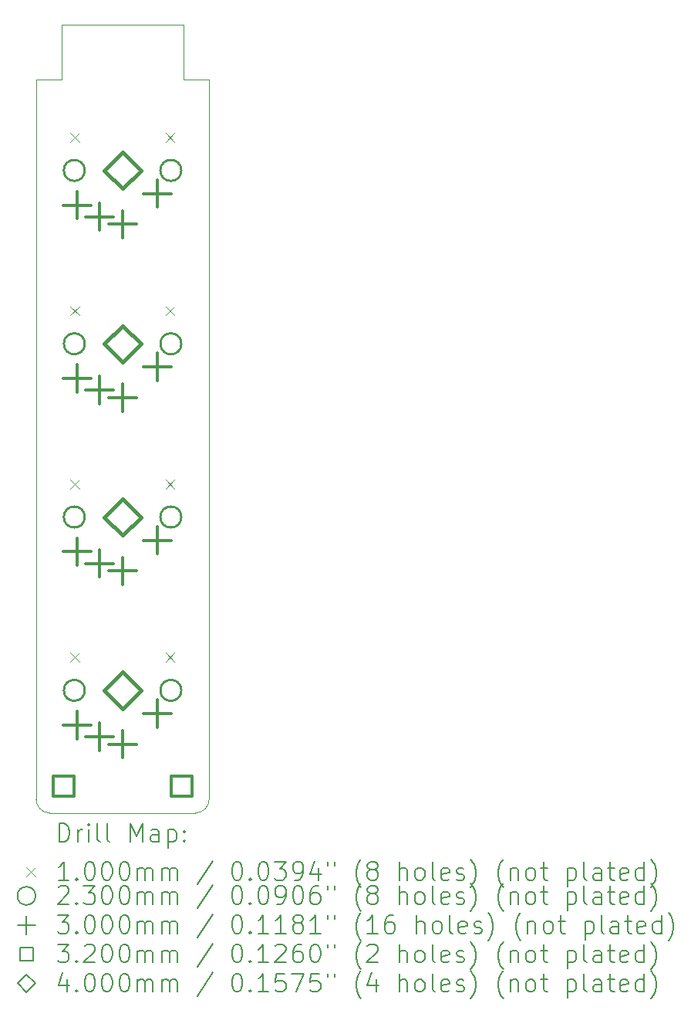
<source format=gbr>
%TF.GenerationSoftware,KiCad,Pcbnew,7.0.8*%
%TF.CreationDate,2023-12-05T05:15:27-08:00*%
%TF.ProjectId,Seismos_4-Key,53656973-6d6f-4735-9f34-2d4b65792e6b,rev?*%
%TF.SameCoordinates,Original*%
%TF.FileFunction,Drillmap*%
%TF.FilePolarity,Positive*%
%FSLAX45Y45*%
G04 Gerber Fmt 4.5, Leading zero omitted, Abs format (unit mm)*
G04 Created by KiCad (PCBNEW 7.0.8) date 2023-12-05 05:15:27*
%MOMM*%
%LPD*%
G01*
G04 APERTURE LIST*
%ADD10C,0.100000*%
%ADD11C,0.200000*%
%ADD12C,0.230000*%
%ADD13C,0.300000*%
%ADD14C,0.320000*%
%ADD15C,0.400000*%
G04 APERTURE END LIST*
D10*
X3750000Y-10993934D02*
X3750000Y-3100000D01*
X5500000Y-11143934D02*
X3900000Y-11143934D01*
X3749996Y-10993934D02*
G75*
G03*
X3900000Y-11143934I150004J4D01*
G01*
X4030000Y-2500000D02*
X4030000Y-3100000D01*
X3750000Y-3100000D02*
X4030000Y-3100000D01*
X5650000Y-3100000D02*
X5370000Y-3100000D01*
X5500000Y-11143930D02*
G75*
G03*
X5650000Y-10993934I0J150000D01*
G01*
X5650000Y-3100000D02*
X5650000Y-10993934D01*
X5370000Y-3100000D02*
X5370000Y-2500000D01*
X4030000Y-2500000D02*
X5370000Y-2500000D01*
D11*
D10*
X4128000Y-3688420D02*
X4228000Y-3788420D01*
X4228000Y-3688420D02*
X4128000Y-3788420D01*
X4128000Y-5588420D02*
X4228000Y-5688420D01*
X4228000Y-5588420D02*
X4128000Y-5688420D01*
X4128000Y-7488420D02*
X4228000Y-7588420D01*
X4228000Y-7488420D02*
X4128000Y-7588420D01*
X4128000Y-9388420D02*
X4228000Y-9488420D01*
X4228000Y-9388420D02*
X4128000Y-9488420D01*
X5172000Y-3688420D02*
X5272000Y-3788420D01*
X5272000Y-3688420D02*
X5172000Y-3788420D01*
X5172000Y-5588420D02*
X5272000Y-5688420D01*
X5272000Y-5588420D02*
X5172000Y-5688420D01*
X5172000Y-7488420D02*
X5272000Y-7588420D01*
X5272000Y-7488420D02*
X5172000Y-7588420D01*
X5172000Y-9388420D02*
X5272000Y-9488420D01*
X5272000Y-9388420D02*
X5172000Y-9488420D01*
D12*
X4285000Y-4100000D02*
G75*
G03*
X4285000Y-4100000I-115000J0D01*
G01*
X4285000Y-6000000D02*
G75*
G03*
X4285000Y-6000000I-115000J0D01*
G01*
X4285000Y-7900000D02*
G75*
G03*
X4285000Y-7900000I-115000J0D01*
G01*
X4285000Y-9800000D02*
G75*
G03*
X4285000Y-9800000I-115000J0D01*
G01*
X5345000Y-4100000D02*
G75*
G03*
X5345000Y-4100000I-115000J0D01*
G01*
X5345000Y-6000000D02*
G75*
G03*
X5345000Y-6000000I-115000J0D01*
G01*
X5345000Y-7900000D02*
G75*
G03*
X5345000Y-7900000I-115000J0D01*
G01*
X5345000Y-9800000D02*
G75*
G03*
X5345000Y-9800000I-115000J0D01*
G01*
D13*
X4200000Y-4330000D02*
X4200000Y-4630000D01*
X4050000Y-4480000D02*
X4350000Y-4480000D01*
X4200000Y-6230000D02*
X4200000Y-6530000D01*
X4050000Y-6380000D02*
X4350000Y-6380000D01*
X4200000Y-8130000D02*
X4200000Y-8430000D01*
X4050000Y-8280000D02*
X4350000Y-8280000D01*
X4200000Y-10030000D02*
X4200000Y-10330000D01*
X4050000Y-10180000D02*
X4350000Y-10180000D01*
X4446000Y-4458000D02*
X4446000Y-4758000D01*
X4296000Y-4608000D02*
X4596000Y-4608000D01*
X4446000Y-6358000D02*
X4446000Y-6658000D01*
X4296000Y-6508000D02*
X4596000Y-6508000D01*
X4446000Y-8258000D02*
X4446000Y-8558000D01*
X4296000Y-8408000D02*
X4596000Y-8408000D01*
X4446000Y-10158000D02*
X4446000Y-10458000D01*
X4296000Y-10308000D02*
X4596000Y-10308000D01*
X4700000Y-4540000D02*
X4700000Y-4840000D01*
X4550000Y-4690000D02*
X4850000Y-4690000D01*
X4700000Y-6440000D02*
X4700000Y-6740000D01*
X4550000Y-6590000D02*
X4850000Y-6590000D01*
X4700000Y-8340000D02*
X4700000Y-8640000D01*
X4550000Y-8490000D02*
X4850000Y-8490000D01*
X4700000Y-10240000D02*
X4700000Y-10540000D01*
X4550000Y-10390000D02*
X4850000Y-10390000D01*
X5081000Y-4204000D02*
X5081000Y-4504000D01*
X4931000Y-4354000D02*
X5231000Y-4354000D01*
X5081000Y-6104000D02*
X5081000Y-6404000D01*
X4931000Y-6254000D02*
X5231000Y-6254000D01*
X5081000Y-8004000D02*
X5081000Y-8304000D01*
X4931000Y-8154000D02*
X5231000Y-8154000D01*
X5081000Y-9904000D02*
X5081000Y-10204000D01*
X4931000Y-10054000D02*
X5231000Y-10054000D01*
D14*
X4163138Y-10963138D02*
X4163138Y-10736862D01*
X3936862Y-10736862D01*
X3936862Y-10963138D01*
X4163138Y-10963138D01*
X5463138Y-10963138D02*
X5463138Y-10736862D01*
X5236862Y-10736862D01*
X5236862Y-10963138D01*
X5463138Y-10963138D01*
D15*
X4700000Y-4300000D02*
X4900000Y-4100000D01*
X4700000Y-3900000D01*
X4500000Y-4100000D01*
X4700000Y-4300000D01*
X4700000Y-6200000D02*
X4900000Y-6000000D01*
X4700000Y-5800000D01*
X4500000Y-6000000D01*
X4700000Y-6200000D01*
X4700000Y-8100000D02*
X4900000Y-7900000D01*
X4700000Y-7700000D01*
X4500000Y-7900000D01*
X4700000Y-8100000D01*
X4700000Y-10000000D02*
X4900000Y-9800000D01*
X4700000Y-9600000D01*
X4500000Y-9800000D01*
X4700000Y-10000000D01*
D11*
X4005777Y-11460418D02*
X4005777Y-11260418D01*
X4005777Y-11260418D02*
X4053396Y-11260418D01*
X4053396Y-11260418D02*
X4081967Y-11269942D01*
X4081967Y-11269942D02*
X4101015Y-11288989D01*
X4101015Y-11288989D02*
X4110539Y-11308037D01*
X4110539Y-11308037D02*
X4120062Y-11346132D01*
X4120062Y-11346132D02*
X4120062Y-11374703D01*
X4120062Y-11374703D02*
X4110539Y-11412799D01*
X4110539Y-11412799D02*
X4101015Y-11431846D01*
X4101015Y-11431846D02*
X4081967Y-11450894D01*
X4081967Y-11450894D02*
X4053396Y-11460418D01*
X4053396Y-11460418D02*
X4005777Y-11460418D01*
X4205777Y-11460418D02*
X4205777Y-11327084D01*
X4205777Y-11365180D02*
X4215301Y-11346132D01*
X4215301Y-11346132D02*
X4224824Y-11336608D01*
X4224824Y-11336608D02*
X4243872Y-11327084D01*
X4243872Y-11327084D02*
X4262920Y-11327084D01*
X4329586Y-11460418D02*
X4329586Y-11327084D01*
X4329586Y-11260418D02*
X4320063Y-11269942D01*
X4320063Y-11269942D02*
X4329586Y-11279465D01*
X4329586Y-11279465D02*
X4339110Y-11269942D01*
X4339110Y-11269942D02*
X4329586Y-11260418D01*
X4329586Y-11260418D02*
X4329586Y-11279465D01*
X4453396Y-11460418D02*
X4434348Y-11450894D01*
X4434348Y-11450894D02*
X4424824Y-11431846D01*
X4424824Y-11431846D02*
X4424824Y-11260418D01*
X4558158Y-11460418D02*
X4539110Y-11450894D01*
X4539110Y-11450894D02*
X4529586Y-11431846D01*
X4529586Y-11431846D02*
X4529586Y-11260418D01*
X4786729Y-11460418D02*
X4786729Y-11260418D01*
X4786729Y-11260418D02*
X4853396Y-11403275D01*
X4853396Y-11403275D02*
X4920063Y-11260418D01*
X4920063Y-11260418D02*
X4920063Y-11460418D01*
X5101015Y-11460418D02*
X5101015Y-11355656D01*
X5101015Y-11355656D02*
X5091491Y-11336608D01*
X5091491Y-11336608D02*
X5072444Y-11327084D01*
X5072444Y-11327084D02*
X5034348Y-11327084D01*
X5034348Y-11327084D02*
X5015301Y-11336608D01*
X5101015Y-11450894D02*
X5081967Y-11460418D01*
X5081967Y-11460418D02*
X5034348Y-11460418D01*
X5034348Y-11460418D02*
X5015301Y-11450894D01*
X5015301Y-11450894D02*
X5005777Y-11431846D01*
X5005777Y-11431846D02*
X5005777Y-11412799D01*
X5005777Y-11412799D02*
X5015301Y-11393751D01*
X5015301Y-11393751D02*
X5034348Y-11384227D01*
X5034348Y-11384227D02*
X5081967Y-11384227D01*
X5081967Y-11384227D02*
X5101015Y-11374703D01*
X5196253Y-11327084D02*
X5196253Y-11527084D01*
X5196253Y-11336608D02*
X5215301Y-11327084D01*
X5215301Y-11327084D02*
X5253396Y-11327084D01*
X5253396Y-11327084D02*
X5272444Y-11336608D01*
X5272444Y-11336608D02*
X5281967Y-11346132D01*
X5281967Y-11346132D02*
X5291491Y-11365180D01*
X5291491Y-11365180D02*
X5291491Y-11422322D01*
X5291491Y-11422322D02*
X5281967Y-11441370D01*
X5281967Y-11441370D02*
X5272444Y-11450894D01*
X5272444Y-11450894D02*
X5253396Y-11460418D01*
X5253396Y-11460418D02*
X5215301Y-11460418D01*
X5215301Y-11460418D02*
X5196253Y-11450894D01*
X5377205Y-11441370D02*
X5386729Y-11450894D01*
X5386729Y-11450894D02*
X5377205Y-11460418D01*
X5377205Y-11460418D02*
X5367682Y-11450894D01*
X5367682Y-11450894D02*
X5377205Y-11441370D01*
X5377205Y-11441370D02*
X5377205Y-11460418D01*
X5377205Y-11336608D02*
X5386729Y-11346132D01*
X5386729Y-11346132D02*
X5377205Y-11355656D01*
X5377205Y-11355656D02*
X5367682Y-11346132D01*
X5367682Y-11346132D02*
X5377205Y-11336608D01*
X5377205Y-11336608D02*
X5377205Y-11355656D01*
D10*
X3645000Y-11738934D02*
X3745000Y-11838934D01*
X3745000Y-11738934D02*
X3645000Y-11838934D01*
D11*
X4110539Y-11880418D02*
X3996253Y-11880418D01*
X4053396Y-11880418D02*
X4053396Y-11680418D01*
X4053396Y-11680418D02*
X4034348Y-11708989D01*
X4034348Y-11708989D02*
X4015301Y-11728037D01*
X4015301Y-11728037D02*
X3996253Y-11737561D01*
X4196253Y-11861370D02*
X4205777Y-11870894D01*
X4205777Y-11870894D02*
X4196253Y-11880418D01*
X4196253Y-11880418D02*
X4186729Y-11870894D01*
X4186729Y-11870894D02*
X4196253Y-11861370D01*
X4196253Y-11861370D02*
X4196253Y-11880418D01*
X4329586Y-11680418D02*
X4348634Y-11680418D01*
X4348634Y-11680418D02*
X4367682Y-11689942D01*
X4367682Y-11689942D02*
X4377205Y-11699465D01*
X4377205Y-11699465D02*
X4386729Y-11718513D01*
X4386729Y-11718513D02*
X4396253Y-11756608D01*
X4396253Y-11756608D02*
X4396253Y-11804227D01*
X4396253Y-11804227D02*
X4386729Y-11842322D01*
X4386729Y-11842322D02*
X4377205Y-11861370D01*
X4377205Y-11861370D02*
X4367682Y-11870894D01*
X4367682Y-11870894D02*
X4348634Y-11880418D01*
X4348634Y-11880418D02*
X4329586Y-11880418D01*
X4329586Y-11880418D02*
X4310539Y-11870894D01*
X4310539Y-11870894D02*
X4301015Y-11861370D01*
X4301015Y-11861370D02*
X4291491Y-11842322D01*
X4291491Y-11842322D02*
X4281967Y-11804227D01*
X4281967Y-11804227D02*
X4281967Y-11756608D01*
X4281967Y-11756608D02*
X4291491Y-11718513D01*
X4291491Y-11718513D02*
X4301015Y-11699465D01*
X4301015Y-11699465D02*
X4310539Y-11689942D01*
X4310539Y-11689942D02*
X4329586Y-11680418D01*
X4520063Y-11680418D02*
X4539110Y-11680418D01*
X4539110Y-11680418D02*
X4558158Y-11689942D01*
X4558158Y-11689942D02*
X4567682Y-11699465D01*
X4567682Y-11699465D02*
X4577205Y-11718513D01*
X4577205Y-11718513D02*
X4586729Y-11756608D01*
X4586729Y-11756608D02*
X4586729Y-11804227D01*
X4586729Y-11804227D02*
X4577205Y-11842322D01*
X4577205Y-11842322D02*
X4567682Y-11861370D01*
X4567682Y-11861370D02*
X4558158Y-11870894D01*
X4558158Y-11870894D02*
X4539110Y-11880418D01*
X4539110Y-11880418D02*
X4520063Y-11880418D01*
X4520063Y-11880418D02*
X4501015Y-11870894D01*
X4501015Y-11870894D02*
X4491491Y-11861370D01*
X4491491Y-11861370D02*
X4481967Y-11842322D01*
X4481967Y-11842322D02*
X4472444Y-11804227D01*
X4472444Y-11804227D02*
X4472444Y-11756608D01*
X4472444Y-11756608D02*
X4481967Y-11718513D01*
X4481967Y-11718513D02*
X4491491Y-11699465D01*
X4491491Y-11699465D02*
X4501015Y-11689942D01*
X4501015Y-11689942D02*
X4520063Y-11680418D01*
X4710539Y-11680418D02*
X4729586Y-11680418D01*
X4729586Y-11680418D02*
X4748634Y-11689942D01*
X4748634Y-11689942D02*
X4758158Y-11699465D01*
X4758158Y-11699465D02*
X4767682Y-11718513D01*
X4767682Y-11718513D02*
X4777205Y-11756608D01*
X4777205Y-11756608D02*
X4777205Y-11804227D01*
X4777205Y-11804227D02*
X4767682Y-11842322D01*
X4767682Y-11842322D02*
X4758158Y-11861370D01*
X4758158Y-11861370D02*
X4748634Y-11870894D01*
X4748634Y-11870894D02*
X4729586Y-11880418D01*
X4729586Y-11880418D02*
X4710539Y-11880418D01*
X4710539Y-11880418D02*
X4691491Y-11870894D01*
X4691491Y-11870894D02*
X4681967Y-11861370D01*
X4681967Y-11861370D02*
X4672444Y-11842322D01*
X4672444Y-11842322D02*
X4662920Y-11804227D01*
X4662920Y-11804227D02*
X4662920Y-11756608D01*
X4662920Y-11756608D02*
X4672444Y-11718513D01*
X4672444Y-11718513D02*
X4681967Y-11699465D01*
X4681967Y-11699465D02*
X4691491Y-11689942D01*
X4691491Y-11689942D02*
X4710539Y-11680418D01*
X4862920Y-11880418D02*
X4862920Y-11747084D01*
X4862920Y-11766132D02*
X4872444Y-11756608D01*
X4872444Y-11756608D02*
X4891491Y-11747084D01*
X4891491Y-11747084D02*
X4920063Y-11747084D01*
X4920063Y-11747084D02*
X4939110Y-11756608D01*
X4939110Y-11756608D02*
X4948634Y-11775656D01*
X4948634Y-11775656D02*
X4948634Y-11880418D01*
X4948634Y-11775656D02*
X4958158Y-11756608D01*
X4958158Y-11756608D02*
X4977205Y-11747084D01*
X4977205Y-11747084D02*
X5005777Y-11747084D01*
X5005777Y-11747084D02*
X5024825Y-11756608D01*
X5024825Y-11756608D02*
X5034348Y-11775656D01*
X5034348Y-11775656D02*
X5034348Y-11880418D01*
X5129586Y-11880418D02*
X5129586Y-11747084D01*
X5129586Y-11766132D02*
X5139110Y-11756608D01*
X5139110Y-11756608D02*
X5158158Y-11747084D01*
X5158158Y-11747084D02*
X5186729Y-11747084D01*
X5186729Y-11747084D02*
X5205777Y-11756608D01*
X5205777Y-11756608D02*
X5215301Y-11775656D01*
X5215301Y-11775656D02*
X5215301Y-11880418D01*
X5215301Y-11775656D02*
X5224825Y-11756608D01*
X5224825Y-11756608D02*
X5243872Y-11747084D01*
X5243872Y-11747084D02*
X5272444Y-11747084D01*
X5272444Y-11747084D02*
X5291491Y-11756608D01*
X5291491Y-11756608D02*
X5301015Y-11775656D01*
X5301015Y-11775656D02*
X5301015Y-11880418D01*
X5691491Y-11670894D02*
X5520063Y-11928037D01*
X5948634Y-11680418D02*
X5967682Y-11680418D01*
X5967682Y-11680418D02*
X5986729Y-11689942D01*
X5986729Y-11689942D02*
X5996253Y-11699465D01*
X5996253Y-11699465D02*
X6005777Y-11718513D01*
X6005777Y-11718513D02*
X6015301Y-11756608D01*
X6015301Y-11756608D02*
X6015301Y-11804227D01*
X6015301Y-11804227D02*
X6005777Y-11842322D01*
X6005777Y-11842322D02*
X5996253Y-11861370D01*
X5996253Y-11861370D02*
X5986729Y-11870894D01*
X5986729Y-11870894D02*
X5967682Y-11880418D01*
X5967682Y-11880418D02*
X5948634Y-11880418D01*
X5948634Y-11880418D02*
X5929586Y-11870894D01*
X5929586Y-11870894D02*
X5920063Y-11861370D01*
X5920063Y-11861370D02*
X5910539Y-11842322D01*
X5910539Y-11842322D02*
X5901015Y-11804227D01*
X5901015Y-11804227D02*
X5901015Y-11756608D01*
X5901015Y-11756608D02*
X5910539Y-11718513D01*
X5910539Y-11718513D02*
X5920063Y-11699465D01*
X5920063Y-11699465D02*
X5929586Y-11689942D01*
X5929586Y-11689942D02*
X5948634Y-11680418D01*
X6101015Y-11861370D02*
X6110539Y-11870894D01*
X6110539Y-11870894D02*
X6101015Y-11880418D01*
X6101015Y-11880418D02*
X6091491Y-11870894D01*
X6091491Y-11870894D02*
X6101015Y-11861370D01*
X6101015Y-11861370D02*
X6101015Y-11880418D01*
X6234348Y-11680418D02*
X6253396Y-11680418D01*
X6253396Y-11680418D02*
X6272444Y-11689942D01*
X6272444Y-11689942D02*
X6281967Y-11699465D01*
X6281967Y-11699465D02*
X6291491Y-11718513D01*
X6291491Y-11718513D02*
X6301015Y-11756608D01*
X6301015Y-11756608D02*
X6301015Y-11804227D01*
X6301015Y-11804227D02*
X6291491Y-11842322D01*
X6291491Y-11842322D02*
X6281967Y-11861370D01*
X6281967Y-11861370D02*
X6272444Y-11870894D01*
X6272444Y-11870894D02*
X6253396Y-11880418D01*
X6253396Y-11880418D02*
X6234348Y-11880418D01*
X6234348Y-11880418D02*
X6215301Y-11870894D01*
X6215301Y-11870894D02*
X6205777Y-11861370D01*
X6205777Y-11861370D02*
X6196253Y-11842322D01*
X6196253Y-11842322D02*
X6186729Y-11804227D01*
X6186729Y-11804227D02*
X6186729Y-11756608D01*
X6186729Y-11756608D02*
X6196253Y-11718513D01*
X6196253Y-11718513D02*
X6205777Y-11699465D01*
X6205777Y-11699465D02*
X6215301Y-11689942D01*
X6215301Y-11689942D02*
X6234348Y-11680418D01*
X6367682Y-11680418D02*
X6491491Y-11680418D01*
X6491491Y-11680418D02*
X6424825Y-11756608D01*
X6424825Y-11756608D02*
X6453396Y-11756608D01*
X6453396Y-11756608D02*
X6472444Y-11766132D01*
X6472444Y-11766132D02*
X6481967Y-11775656D01*
X6481967Y-11775656D02*
X6491491Y-11794703D01*
X6491491Y-11794703D02*
X6491491Y-11842322D01*
X6491491Y-11842322D02*
X6481967Y-11861370D01*
X6481967Y-11861370D02*
X6472444Y-11870894D01*
X6472444Y-11870894D02*
X6453396Y-11880418D01*
X6453396Y-11880418D02*
X6396253Y-11880418D01*
X6396253Y-11880418D02*
X6377206Y-11870894D01*
X6377206Y-11870894D02*
X6367682Y-11861370D01*
X6586729Y-11880418D02*
X6624825Y-11880418D01*
X6624825Y-11880418D02*
X6643872Y-11870894D01*
X6643872Y-11870894D02*
X6653396Y-11861370D01*
X6653396Y-11861370D02*
X6672444Y-11832799D01*
X6672444Y-11832799D02*
X6681967Y-11794703D01*
X6681967Y-11794703D02*
X6681967Y-11718513D01*
X6681967Y-11718513D02*
X6672444Y-11699465D01*
X6672444Y-11699465D02*
X6662920Y-11689942D01*
X6662920Y-11689942D02*
X6643872Y-11680418D01*
X6643872Y-11680418D02*
X6605777Y-11680418D01*
X6605777Y-11680418D02*
X6586729Y-11689942D01*
X6586729Y-11689942D02*
X6577206Y-11699465D01*
X6577206Y-11699465D02*
X6567682Y-11718513D01*
X6567682Y-11718513D02*
X6567682Y-11766132D01*
X6567682Y-11766132D02*
X6577206Y-11785180D01*
X6577206Y-11785180D02*
X6586729Y-11794703D01*
X6586729Y-11794703D02*
X6605777Y-11804227D01*
X6605777Y-11804227D02*
X6643872Y-11804227D01*
X6643872Y-11804227D02*
X6662920Y-11794703D01*
X6662920Y-11794703D02*
X6672444Y-11785180D01*
X6672444Y-11785180D02*
X6681967Y-11766132D01*
X6853396Y-11747084D02*
X6853396Y-11880418D01*
X6805777Y-11670894D02*
X6758158Y-11813751D01*
X6758158Y-11813751D02*
X6881967Y-11813751D01*
X6948634Y-11680418D02*
X6948634Y-11718513D01*
X7024825Y-11680418D02*
X7024825Y-11718513D01*
X7320063Y-11956608D02*
X7310539Y-11947084D01*
X7310539Y-11947084D02*
X7291491Y-11918513D01*
X7291491Y-11918513D02*
X7281968Y-11899465D01*
X7281968Y-11899465D02*
X7272444Y-11870894D01*
X7272444Y-11870894D02*
X7262920Y-11823275D01*
X7262920Y-11823275D02*
X7262920Y-11785180D01*
X7262920Y-11785180D02*
X7272444Y-11737561D01*
X7272444Y-11737561D02*
X7281968Y-11708989D01*
X7281968Y-11708989D02*
X7291491Y-11689942D01*
X7291491Y-11689942D02*
X7310539Y-11661370D01*
X7310539Y-11661370D02*
X7320063Y-11651846D01*
X7424825Y-11766132D02*
X7405777Y-11756608D01*
X7405777Y-11756608D02*
X7396253Y-11747084D01*
X7396253Y-11747084D02*
X7386729Y-11728037D01*
X7386729Y-11728037D02*
X7386729Y-11718513D01*
X7386729Y-11718513D02*
X7396253Y-11699465D01*
X7396253Y-11699465D02*
X7405777Y-11689942D01*
X7405777Y-11689942D02*
X7424825Y-11680418D01*
X7424825Y-11680418D02*
X7462920Y-11680418D01*
X7462920Y-11680418D02*
X7481968Y-11689942D01*
X7481968Y-11689942D02*
X7491491Y-11699465D01*
X7491491Y-11699465D02*
X7501015Y-11718513D01*
X7501015Y-11718513D02*
X7501015Y-11728037D01*
X7501015Y-11728037D02*
X7491491Y-11747084D01*
X7491491Y-11747084D02*
X7481968Y-11756608D01*
X7481968Y-11756608D02*
X7462920Y-11766132D01*
X7462920Y-11766132D02*
X7424825Y-11766132D01*
X7424825Y-11766132D02*
X7405777Y-11775656D01*
X7405777Y-11775656D02*
X7396253Y-11785180D01*
X7396253Y-11785180D02*
X7386729Y-11804227D01*
X7386729Y-11804227D02*
X7386729Y-11842322D01*
X7386729Y-11842322D02*
X7396253Y-11861370D01*
X7396253Y-11861370D02*
X7405777Y-11870894D01*
X7405777Y-11870894D02*
X7424825Y-11880418D01*
X7424825Y-11880418D02*
X7462920Y-11880418D01*
X7462920Y-11880418D02*
X7481968Y-11870894D01*
X7481968Y-11870894D02*
X7491491Y-11861370D01*
X7491491Y-11861370D02*
X7501015Y-11842322D01*
X7501015Y-11842322D02*
X7501015Y-11804227D01*
X7501015Y-11804227D02*
X7491491Y-11785180D01*
X7491491Y-11785180D02*
X7481968Y-11775656D01*
X7481968Y-11775656D02*
X7462920Y-11766132D01*
X7739110Y-11880418D02*
X7739110Y-11680418D01*
X7824825Y-11880418D02*
X7824825Y-11775656D01*
X7824825Y-11775656D02*
X7815301Y-11756608D01*
X7815301Y-11756608D02*
X7796253Y-11747084D01*
X7796253Y-11747084D02*
X7767682Y-11747084D01*
X7767682Y-11747084D02*
X7748634Y-11756608D01*
X7748634Y-11756608D02*
X7739110Y-11766132D01*
X7948634Y-11880418D02*
X7929587Y-11870894D01*
X7929587Y-11870894D02*
X7920063Y-11861370D01*
X7920063Y-11861370D02*
X7910539Y-11842322D01*
X7910539Y-11842322D02*
X7910539Y-11785180D01*
X7910539Y-11785180D02*
X7920063Y-11766132D01*
X7920063Y-11766132D02*
X7929587Y-11756608D01*
X7929587Y-11756608D02*
X7948634Y-11747084D01*
X7948634Y-11747084D02*
X7977206Y-11747084D01*
X7977206Y-11747084D02*
X7996253Y-11756608D01*
X7996253Y-11756608D02*
X8005777Y-11766132D01*
X8005777Y-11766132D02*
X8015301Y-11785180D01*
X8015301Y-11785180D02*
X8015301Y-11842322D01*
X8015301Y-11842322D02*
X8005777Y-11861370D01*
X8005777Y-11861370D02*
X7996253Y-11870894D01*
X7996253Y-11870894D02*
X7977206Y-11880418D01*
X7977206Y-11880418D02*
X7948634Y-11880418D01*
X8129587Y-11880418D02*
X8110539Y-11870894D01*
X8110539Y-11870894D02*
X8101015Y-11851846D01*
X8101015Y-11851846D02*
X8101015Y-11680418D01*
X8281968Y-11870894D02*
X8262920Y-11880418D01*
X8262920Y-11880418D02*
X8224825Y-11880418D01*
X8224825Y-11880418D02*
X8205777Y-11870894D01*
X8205777Y-11870894D02*
X8196253Y-11851846D01*
X8196253Y-11851846D02*
X8196253Y-11775656D01*
X8196253Y-11775656D02*
X8205777Y-11756608D01*
X8205777Y-11756608D02*
X8224825Y-11747084D01*
X8224825Y-11747084D02*
X8262920Y-11747084D01*
X8262920Y-11747084D02*
X8281968Y-11756608D01*
X8281968Y-11756608D02*
X8291491Y-11775656D01*
X8291491Y-11775656D02*
X8291491Y-11794703D01*
X8291491Y-11794703D02*
X8196253Y-11813751D01*
X8367682Y-11870894D02*
X8386730Y-11880418D01*
X8386730Y-11880418D02*
X8424825Y-11880418D01*
X8424825Y-11880418D02*
X8443873Y-11870894D01*
X8443873Y-11870894D02*
X8453396Y-11851846D01*
X8453396Y-11851846D02*
X8453396Y-11842322D01*
X8453396Y-11842322D02*
X8443873Y-11823275D01*
X8443873Y-11823275D02*
X8424825Y-11813751D01*
X8424825Y-11813751D02*
X8396253Y-11813751D01*
X8396253Y-11813751D02*
X8377206Y-11804227D01*
X8377206Y-11804227D02*
X8367682Y-11785180D01*
X8367682Y-11785180D02*
X8367682Y-11775656D01*
X8367682Y-11775656D02*
X8377206Y-11756608D01*
X8377206Y-11756608D02*
X8396253Y-11747084D01*
X8396253Y-11747084D02*
X8424825Y-11747084D01*
X8424825Y-11747084D02*
X8443873Y-11756608D01*
X8520063Y-11956608D02*
X8529587Y-11947084D01*
X8529587Y-11947084D02*
X8548634Y-11918513D01*
X8548634Y-11918513D02*
X8558158Y-11899465D01*
X8558158Y-11899465D02*
X8567682Y-11870894D01*
X8567682Y-11870894D02*
X8577206Y-11823275D01*
X8577206Y-11823275D02*
X8577206Y-11785180D01*
X8577206Y-11785180D02*
X8567682Y-11737561D01*
X8567682Y-11737561D02*
X8558158Y-11708989D01*
X8558158Y-11708989D02*
X8548634Y-11689942D01*
X8548634Y-11689942D02*
X8529587Y-11661370D01*
X8529587Y-11661370D02*
X8520063Y-11651846D01*
X8881968Y-11956608D02*
X8872444Y-11947084D01*
X8872444Y-11947084D02*
X8853396Y-11918513D01*
X8853396Y-11918513D02*
X8843873Y-11899465D01*
X8843873Y-11899465D02*
X8834349Y-11870894D01*
X8834349Y-11870894D02*
X8824825Y-11823275D01*
X8824825Y-11823275D02*
X8824825Y-11785180D01*
X8824825Y-11785180D02*
X8834349Y-11737561D01*
X8834349Y-11737561D02*
X8843873Y-11708989D01*
X8843873Y-11708989D02*
X8853396Y-11689942D01*
X8853396Y-11689942D02*
X8872444Y-11661370D01*
X8872444Y-11661370D02*
X8881968Y-11651846D01*
X8958158Y-11747084D02*
X8958158Y-11880418D01*
X8958158Y-11766132D02*
X8967682Y-11756608D01*
X8967682Y-11756608D02*
X8986730Y-11747084D01*
X8986730Y-11747084D02*
X9015301Y-11747084D01*
X9015301Y-11747084D02*
X9034349Y-11756608D01*
X9034349Y-11756608D02*
X9043873Y-11775656D01*
X9043873Y-11775656D02*
X9043873Y-11880418D01*
X9167682Y-11880418D02*
X9148634Y-11870894D01*
X9148634Y-11870894D02*
X9139111Y-11861370D01*
X9139111Y-11861370D02*
X9129587Y-11842322D01*
X9129587Y-11842322D02*
X9129587Y-11785180D01*
X9129587Y-11785180D02*
X9139111Y-11766132D01*
X9139111Y-11766132D02*
X9148634Y-11756608D01*
X9148634Y-11756608D02*
X9167682Y-11747084D01*
X9167682Y-11747084D02*
X9196254Y-11747084D01*
X9196254Y-11747084D02*
X9215301Y-11756608D01*
X9215301Y-11756608D02*
X9224825Y-11766132D01*
X9224825Y-11766132D02*
X9234349Y-11785180D01*
X9234349Y-11785180D02*
X9234349Y-11842322D01*
X9234349Y-11842322D02*
X9224825Y-11861370D01*
X9224825Y-11861370D02*
X9215301Y-11870894D01*
X9215301Y-11870894D02*
X9196254Y-11880418D01*
X9196254Y-11880418D02*
X9167682Y-11880418D01*
X9291492Y-11747084D02*
X9367682Y-11747084D01*
X9320063Y-11680418D02*
X9320063Y-11851846D01*
X9320063Y-11851846D02*
X9329587Y-11870894D01*
X9329587Y-11870894D02*
X9348634Y-11880418D01*
X9348634Y-11880418D02*
X9367682Y-11880418D01*
X9586730Y-11747084D02*
X9586730Y-11947084D01*
X9586730Y-11756608D02*
X9605777Y-11747084D01*
X9605777Y-11747084D02*
X9643873Y-11747084D01*
X9643873Y-11747084D02*
X9662920Y-11756608D01*
X9662920Y-11756608D02*
X9672444Y-11766132D01*
X9672444Y-11766132D02*
X9681968Y-11785180D01*
X9681968Y-11785180D02*
X9681968Y-11842322D01*
X9681968Y-11842322D02*
X9672444Y-11861370D01*
X9672444Y-11861370D02*
X9662920Y-11870894D01*
X9662920Y-11870894D02*
X9643873Y-11880418D01*
X9643873Y-11880418D02*
X9605777Y-11880418D01*
X9605777Y-11880418D02*
X9586730Y-11870894D01*
X9796254Y-11880418D02*
X9777206Y-11870894D01*
X9777206Y-11870894D02*
X9767682Y-11851846D01*
X9767682Y-11851846D02*
X9767682Y-11680418D01*
X9958158Y-11880418D02*
X9958158Y-11775656D01*
X9958158Y-11775656D02*
X9948635Y-11756608D01*
X9948635Y-11756608D02*
X9929587Y-11747084D01*
X9929587Y-11747084D02*
X9891492Y-11747084D01*
X9891492Y-11747084D02*
X9872444Y-11756608D01*
X9958158Y-11870894D02*
X9939111Y-11880418D01*
X9939111Y-11880418D02*
X9891492Y-11880418D01*
X9891492Y-11880418D02*
X9872444Y-11870894D01*
X9872444Y-11870894D02*
X9862920Y-11851846D01*
X9862920Y-11851846D02*
X9862920Y-11832799D01*
X9862920Y-11832799D02*
X9872444Y-11813751D01*
X9872444Y-11813751D02*
X9891492Y-11804227D01*
X9891492Y-11804227D02*
X9939111Y-11804227D01*
X9939111Y-11804227D02*
X9958158Y-11794703D01*
X10024825Y-11747084D02*
X10101015Y-11747084D01*
X10053396Y-11680418D02*
X10053396Y-11851846D01*
X10053396Y-11851846D02*
X10062920Y-11870894D01*
X10062920Y-11870894D02*
X10081968Y-11880418D01*
X10081968Y-11880418D02*
X10101015Y-11880418D01*
X10243873Y-11870894D02*
X10224825Y-11880418D01*
X10224825Y-11880418D02*
X10186730Y-11880418D01*
X10186730Y-11880418D02*
X10167682Y-11870894D01*
X10167682Y-11870894D02*
X10158158Y-11851846D01*
X10158158Y-11851846D02*
X10158158Y-11775656D01*
X10158158Y-11775656D02*
X10167682Y-11756608D01*
X10167682Y-11756608D02*
X10186730Y-11747084D01*
X10186730Y-11747084D02*
X10224825Y-11747084D01*
X10224825Y-11747084D02*
X10243873Y-11756608D01*
X10243873Y-11756608D02*
X10253396Y-11775656D01*
X10253396Y-11775656D02*
X10253396Y-11794703D01*
X10253396Y-11794703D02*
X10158158Y-11813751D01*
X10424825Y-11880418D02*
X10424825Y-11680418D01*
X10424825Y-11870894D02*
X10405777Y-11880418D01*
X10405777Y-11880418D02*
X10367682Y-11880418D01*
X10367682Y-11880418D02*
X10348635Y-11870894D01*
X10348635Y-11870894D02*
X10339111Y-11861370D01*
X10339111Y-11861370D02*
X10329587Y-11842322D01*
X10329587Y-11842322D02*
X10329587Y-11785180D01*
X10329587Y-11785180D02*
X10339111Y-11766132D01*
X10339111Y-11766132D02*
X10348635Y-11756608D01*
X10348635Y-11756608D02*
X10367682Y-11747084D01*
X10367682Y-11747084D02*
X10405777Y-11747084D01*
X10405777Y-11747084D02*
X10424825Y-11756608D01*
X10501016Y-11956608D02*
X10510539Y-11947084D01*
X10510539Y-11947084D02*
X10529587Y-11918513D01*
X10529587Y-11918513D02*
X10539111Y-11899465D01*
X10539111Y-11899465D02*
X10548635Y-11870894D01*
X10548635Y-11870894D02*
X10558158Y-11823275D01*
X10558158Y-11823275D02*
X10558158Y-11785180D01*
X10558158Y-11785180D02*
X10548635Y-11737561D01*
X10548635Y-11737561D02*
X10539111Y-11708989D01*
X10539111Y-11708989D02*
X10529587Y-11689942D01*
X10529587Y-11689942D02*
X10510539Y-11661370D01*
X10510539Y-11661370D02*
X10501016Y-11651846D01*
X3745000Y-12052934D02*
G75*
G03*
X3745000Y-12052934I-100000J0D01*
G01*
X3996253Y-11963465D02*
X4005777Y-11953942D01*
X4005777Y-11953942D02*
X4024824Y-11944418D01*
X4024824Y-11944418D02*
X4072443Y-11944418D01*
X4072443Y-11944418D02*
X4091491Y-11953942D01*
X4091491Y-11953942D02*
X4101015Y-11963465D01*
X4101015Y-11963465D02*
X4110539Y-11982513D01*
X4110539Y-11982513D02*
X4110539Y-12001561D01*
X4110539Y-12001561D02*
X4101015Y-12030132D01*
X4101015Y-12030132D02*
X3986729Y-12144418D01*
X3986729Y-12144418D02*
X4110539Y-12144418D01*
X4196253Y-12125370D02*
X4205777Y-12134894D01*
X4205777Y-12134894D02*
X4196253Y-12144418D01*
X4196253Y-12144418D02*
X4186729Y-12134894D01*
X4186729Y-12134894D02*
X4196253Y-12125370D01*
X4196253Y-12125370D02*
X4196253Y-12144418D01*
X4272444Y-11944418D02*
X4396253Y-11944418D01*
X4396253Y-11944418D02*
X4329586Y-12020608D01*
X4329586Y-12020608D02*
X4358158Y-12020608D01*
X4358158Y-12020608D02*
X4377205Y-12030132D01*
X4377205Y-12030132D02*
X4386729Y-12039656D01*
X4386729Y-12039656D02*
X4396253Y-12058703D01*
X4396253Y-12058703D02*
X4396253Y-12106322D01*
X4396253Y-12106322D02*
X4386729Y-12125370D01*
X4386729Y-12125370D02*
X4377205Y-12134894D01*
X4377205Y-12134894D02*
X4358158Y-12144418D01*
X4358158Y-12144418D02*
X4301015Y-12144418D01*
X4301015Y-12144418D02*
X4281967Y-12134894D01*
X4281967Y-12134894D02*
X4272444Y-12125370D01*
X4520063Y-11944418D02*
X4539110Y-11944418D01*
X4539110Y-11944418D02*
X4558158Y-11953942D01*
X4558158Y-11953942D02*
X4567682Y-11963465D01*
X4567682Y-11963465D02*
X4577205Y-11982513D01*
X4577205Y-11982513D02*
X4586729Y-12020608D01*
X4586729Y-12020608D02*
X4586729Y-12068227D01*
X4586729Y-12068227D02*
X4577205Y-12106322D01*
X4577205Y-12106322D02*
X4567682Y-12125370D01*
X4567682Y-12125370D02*
X4558158Y-12134894D01*
X4558158Y-12134894D02*
X4539110Y-12144418D01*
X4539110Y-12144418D02*
X4520063Y-12144418D01*
X4520063Y-12144418D02*
X4501015Y-12134894D01*
X4501015Y-12134894D02*
X4491491Y-12125370D01*
X4491491Y-12125370D02*
X4481967Y-12106322D01*
X4481967Y-12106322D02*
X4472444Y-12068227D01*
X4472444Y-12068227D02*
X4472444Y-12020608D01*
X4472444Y-12020608D02*
X4481967Y-11982513D01*
X4481967Y-11982513D02*
X4491491Y-11963465D01*
X4491491Y-11963465D02*
X4501015Y-11953942D01*
X4501015Y-11953942D02*
X4520063Y-11944418D01*
X4710539Y-11944418D02*
X4729586Y-11944418D01*
X4729586Y-11944418D02*
X4748634Y-11953942D01*
X4748634Y-11953942D02*
X4758158Y-11963465D01*
X4758158Y-11963465D02*
X4767682Y-11982513D01*
X4767682Y-11982513D02*
X4777205Y-12020608D01*
X4777205Y-12020608D02*
X4777205Y-12068227D01*
X4777205Y-12068227D02*
X4767682Y-12106322D01*
X4767682Y-12106322D02*
X4758158Y-12125370D01*
X4758158Y-12125370D02*
X4748634Y-12134894D01*
X4748634Y-12134894D02*
X4729586Y-12144418D01*
X4729586Y-12144418D02*
X4710539Y-12144418D01*
X4710539Y-12144418D02*
X4691491Y-12134894D01*
X4691491Y-12134894D02*
X4681967Y-12125370D01*
X4681967Y-12125370D02*
X4672444Y-12106322D01*
X4672444Y-12106322D02*
X4662920Y-12068227D01*
X4662920Y-12068227D02*
X4662920Y-12020608D01*
X4662920Y-12020608D02*
X4672444Y-11982513D01*
X4672444Y-11982513D02*
X4681967Y-11963465D01*
X4681967Y-11963465D02*
X4691491Y-11953942D01*
X4691491Y-11953942D02*
X4710539Y-11944418D01*
X4862920Y-12144418D02*
X4862920Y-12011084D01*
X4862920Y-12030132D02*
X4872444Y-12020608D01*
X4872444Y-12020608D02*
X4891491Y-12011084D01*
X4891491Y-12011084D02*
X4920063Y-12011084D01*
X4920063Y-12011084D02*
X4939110Y-12020608D01*
X4939110Y-12020608D02*
X4948634Y-12039656D01*
X4948634Y-12039656D02*
X4948634Y-12144418D01*
X4948634Y-12039656D02*
X4958158Y-12020608D01*
X4958158Y-12020608D02*
X4977205Y-12011084D01*
X4977205Y-12011084D02*
X5005777Y-12011084D01*
X5005777Y-12011084D02*
X5024825Y-12020608D01*
X5024825Y-12020608D02*
X5034348Y-12039656D01*
X5034348Y-12039656D02*
X5034348Y-12144418D01*
X5129586Y-12144418D02*
X5129586Y-12011084D01*
X5129586Y-12030132D02*
X5139110Y-12020608D01*
X5139110Y-12020608D02*
X5158158Y-12011084D01*
X5158158Y-12011084D02*
X5186729Y-12011084D01*
X5186729Y-12011084D02*
X5205777Y-12020608D01*
X5205777Y-12020608D02*
X5215301Y-12039656D01*
X5215301Y-12039656D02*
X5215301Y-12144418D01*
X5215301Y-12039656D02*
X5224825Y-12020608D01*
X5224825Y-12020608D02*
X5243872Y-12011084D01*
X5243872Y-12011084D02*
X5272444Y-12011084D01*
X5272444Y-12011084D02*
X5291491Y-12020608D01*
X5291491Y-12020608D02*
X5301015Y-12039656D01*
X5301015Y-12039656D02*
X5301015Y-12144418D01*
X5691491Y-11934894D02*
X5520063Y-12192037D01*
X5948634Y-11944418D02*
X5967682Y-11944418D01*
X5967682Y-11944418D02*
X5986729Y-11953942D01*
X5986729Y-11953942D02*
X5996253Y-11963465D01*
X5996253Y-11963465D02*
X6005777Y-11982513D01*
X6005777Y-11982513D02*
X6015301Y-12020608D01*
X6015301Y-12020608D02*
X6015301Y-12068227D01*
X6015301Y-12068227D02*
X6005777Y-12106322D01*
X6005777Y-12106322D02*
X5996253Y-12125370D01*
X5996253Y-12125370D02*
X5986729Y-12134894D01*
X5986729Y-12134894D02*
X5967682Y-12144418D01*
X5967682Y-12144418D02*
X5948634Y-12144418D01*
X5948634Y-12144418D02*
X5929586Y-12134894D01*
X5929586Y-12134894D02*
X5920063Y-12125370D01*
X5920063Y-12125370D02*
X5910539Y-12106322D01*
X5910539Y-12106322D02*
X5901015Y-12068227D01*
X5901015Y-12068227D02*
X5901015Y-12020608D01*
X5901015Y-12020608D02*
X5910539Y-11982513D01*
X5910539Y-11982513D02*
X5920063Y-11963465D01*
X5920063Y-11963465D02*
X5929586Y-11953942D01*
X5929586Y-11953942D02*
X5948634Y-11944418D01*
X6101015Y-12125370D02*
X6110539Y-12134894D01*
X6110539Y-12134894D02*
X6101015Y-12144418D01*
X6101015Y-12144418D02*
X6091491Y-12134894D01*
X6091491Y-12134894D02*
X6101015Y-12125370D01*
X6101015Y-12125370D02*
X6101015Y-12144418D01*
X6234348Y-11944418D02*
X6253396Y-11944418D01*
X6253396Y-11944418D02*
X6272444Y-11953942D01*
X6272444Y-11953942D02*
X6281967Y-11963465D01*
X6281967Y-11963465D02*
X6291491Y-11982513D01*
X6291491Y-11982513D02*
X6301015Y-12020608D01*
X6301015Y-12020608D02*
X6301015Y-12068227D01*
X6301015Y-12068227D02*
X6291491Y-12106322D01*
X6291491Y-12106322D02*
X6281967Y-12125370D01*
X6281967Y-12125370D02*
X6272444Y-12134894D01*
X6272444Y-12134894D02*
X6253396Y-12144418D01*
X6253396Y-12144418D02*
X6234348Y-12144418D01*
X6234348Y-12144418D02*
X6215301Y-12134894D01*
X6215301Y-12134894D02*
X6205777Y-12125370D01*
X6205777Y-12125370D02*
X6196253Y-12106322D01*
X6196253Y-12106322D02*
X6186729Y-12068227D01*
X6186729Y-12068227D02*
X6186729Y-12020608D01*
X6186729Y-12020608D02*
X6196253Y-11982513D01*
X6196253Y-11982513D02*
X6205777Y-11963465D01*
X6205777Y-11963465D02*
X6215301Y-11953942D01*
X6215301Y-11953942D02*
X6234348Y-11944418D01*
X6396253Y-12144418D02*
X6434348Y-12144418D01*
X6434348Y-12144418D02*
X6453396Y-12134894D01*
X6453396Y-12134894D02*
X6462920Y-12125370D01*
X6462920Y-12125370D02*
X6481967Y-12096799D01*
X6481967Y-12096799D02*
X6491491Y-12058703D01*
X6491491Y-12058703D02*
X6491491Y-11982513D01*
X6491491Y-11982513D02*
X6481967Y-11963465D01*
X6481967Y-11963465D02*
X6472444Y-11953942D01*
X6472444Y-11953942D02*
X6453396Y-11944418D01*
X6453396Y-11944418D02*
X6415301Y-11944418D01*
X6415301Y-11944418D02*
X6396253Y-11953942D01*
X6396253Y-11953942D02*
X6386729Y-11963465D01*
X6386729Y-11963465D02*
X6377206Y-11982513D01*
X6377206Y-11982513D02*
X6377206Y-12030132D01*
X6377206Y-12030132D02*
X6386729Y-12049180D01*
X6386729Y-12049180D02*
X6396253Y-12058703D01*
X6396253Y-12058703D02*
X6415301Y-12068227D01*
X6415301Y-12068227D02*
X6453396Y-12068227D01*
X6453396Y-12068227D02*
X6472444Y-12058703D01*
X6472444Y-12058703D02*
X6481967Y-12049180D01*
X6481967Y-12049180D02*
X6491491Y-12030132D01*
X6615301Y-11944418D02*
X6634348Y-11944418D01*
X6634348Y-11944418D02*
X6653396Y-11953942D01*
X6653396Y-11953942D02*
X6662920Y-11963465D01*
X6662920Y-11963465D02*
X6672444Y-11982513D01*
X6672444Y-11982513D02*
X6681967Y-12020608D01*
X6681967Y-12020608D02*
X6681967Y-12068227D01*
X6681967Y-12068227D02*
X6672444Y-12106322D01*
X6672444Y-12106322D02*
X6662920Y-12125370D01*
X6662920Y-12125370D02*
X6653396Y-12134894D01*
X6653396Y-12134894D02*
X6634348Y-12144418D01*
X6634348Y-12144418D02*
X6615301Y-12144418D01*
X6615301Y-12144418D02*
X6596253Y-12134894D01*
X6596253Y-12134894D02*
X6586729Y-12125370D01*
X6586729Y-12125370D02*
X6577206Y-12106322D01*
X6577206Y-12106322D02*
X6567682Y-12068227D01*
X6567682Y-12068227D02*
X6567682Y-12020608D01*
X6567682Y-12020608D02*
X6577206Y-11982513D01*
X6577206Y-11982513D02*
X6586729Y-11963465D01*
X6586729Y-11963465D02*
X6596253Y-11953942D01*
X6596253Y-11953942D02*
X6615301Y-11944418D01*
X6853396Y-11944418D02*
X6815301Y-11944418D01*
X6815301Y-11944418D02*
X6796253Y-11953942D01*
X6796253Y-11953942D02*
X6786729Y-11963465D01*
X6786729Y-11963465D02*
X6767682Y-11992037D01*
X6767682Y-11992037D02*
X6758158Y-12030132D01*
X6758158Y-12030132D02*
X6758158Y-12106322D01*
X6758158Y-12106322D02*
X6767682Y-12125370D01*
X6767682Y-12125370D02*
X6777206Y-12134894D01*
X6777206Y-12134894D02*
X6796253Y-12144418D01*
X6796253Y-12144418D02*
X6834348Y-12144418D01*
X6834348Y-12144418D02*
X6853396Y-12134894D01*
X6853396Y-12134894D02*
X6862920Y-12125370D01*
X6862920Y-12125370D02*
X6872444Y-12106322D01*
X6872444Y-12106322D02*
X6872444Y-12058703D01*
X6872444Y-12058703D02*
X6862920Y-12039656D01*
X6862920Y-12039656D02*
X6853396Y-12030132D01*
X6853396Y-12030132D02*
X6834348Y-12020608D01*
X6834348Y-12020608D02*
X6796253Y-12020608D01*
X6796253Y-12020608D02*
X6777206Y-12030132D01*
X6777206Y-12030132D02*
X6767682Y-12039656D01*
X6767682Y-12039656D02*
X6758158Y-12058703D01*
X6948634Y-11944418D02*
X6948634Y-11982513D01*
X7024825Y-11944418D02*
X7024825Y-11982513D01*
X7320063Y-12220608D02*
X7310539Y-12211084D01*
X7310539Y-12211084D02*
X7291491Y-12182513D01*
X7291491Y-12182513D02*
X7281968Y-12163465D01*
X7281968Y-12163465D02*
X7272444Y-12134894D01*
X7272444Y-12134894D02*
X7262920Y-12087275D01*
X7262920Y-12087275D02*
X7262920Y-12049180D01*
X7262920Y-12049180D02*
X7272444Y-12001561D01*
X7272444Y-12001561D02*
X7281968Y-11972989D01*
X7281968Y-11972989D02*
X7291491Y-11953942D01*
X7291491Y-11953942D02*
X7310539Y-11925370D01*
X7310539Y-11925370D02*
X7320063Y-11915846D01*
X7424825Y-12030132D02*
X7405777Y-12020608D01*
X7405777Y-12020608D02*
X7396253Y-12011084D01*
X7396253Y-12011084D02*
X7386729Y-11992037D01*
X7386729Y-11992037D02*
X7386729Y-11982513D01*
X7386729Y-11982513D02*
X7396253Y-11963465D01*
X7396253Y-11963465D02*
X7405777Y-11953942D01*
X7405777Y-11953942D02*
X7424825Y-11944418D01*
X7424825Y-11944418D02*
X7462920Y-11944418D01*
X7462920Y-11944418D02*
X7481968Y-11953942D01*
X7481968Y-11953942D02*
X7491491Y-11963465D01*
X7491491Y-11963465D02*
X7501015Y-11982513D01*
X7501015Y-11982513D02*
X7501015Y-11992037D01*
X7501015Y-11992037D02*
X7491491Y-12011084D01*
X7491491Y-12011084D02*
X7481968Y-12020608D01*
X7481968Y-12020608D02*
X7462920Y-12030132D01*
X7462920Y-12030132D02*
X7424825Y-12030132D01*
X7424825Y-12030132D02*
X7405777Y-12039656D01*
X7405777Y-12039656D02*
X7396253Y-12049180D01*
X7396253Y-12049180D02*
X7386729Y-12068227D01*
X7386729Y-12068227D02*
X7386729Y-12106322D01*
X7386729Y-12106322D02*
X7396253Y-12125370D01*
X7396253Y-12125370D02*
X7405777Y-12134894D01*
X7405777Y-12134894D02*
X7424825Y-12144418D01*
X7424825Y-12144418D02*
X7462920Y-12144418D01*
X7462920Y-12144418D02*
X7481968Y-12134894D01*
X7481968Y-12134894D02*
X7491491Y-12125370D01*
X7491491Y-12125370D02*
X7501015Y-12106322D01*
X7501015Y-12106322D02*
X7501015Y-12068227D01*
X7501015Y-12068227D02*
X7491491Y-12049180D01*
X7491491Y-12049180D02*
X7481968Y-12039656D01*
X7481968Y-12039656D02*
X7462920Y-12030132D01*
X7739110Y-12144418D02*
X7739110Y-11944418D01*
X7824825Y-12144418D02*
X7824825Y-12039656D01*
X7824825Y-12039656D02*
X7815301Y-12020608D01*
X7815301Y-12020608D02*
X7796253Y-12011084D01*
X7796253Y-12011084D02*
X7767682Y-12011084D01*
X7767682Y-12011084D02*
X7748634Y-12020608D01*
X7748634Y-12020608D02*
X7739110Y-12030132D01*
X7948634Y-12144418D02*
X7929587Y-12134894D01*
X7929587Y-12134894D02*
X7920063Y-12125370D01*
X7920063Y-12125370D02*
X7910539Y-12106322D01*
X7910539Y-12106322D02*
X7910539Y-12049180D01*
X7910539Y-12049180D02*
X7920063Y-12030132D01*
X7920063Y-12030132D02*
X7929587Y-12020608D01*
X7929587Y-12020608D02*
X7948634Y-12011084D01*
X7948634Y-12011084D02*
X7977206Y-12011084D01*
X7977206Y-12011084D02*
X7996253Y-12020608D01*
X7996253Y-12020608D02*
X8005777Y-12030132D01*
X8005777Y-12030132D02*
X8015301Y-12049180D01*
X8015301Y-12049180D02*
X8015301Y-12106322D01*
X8015301Y-12106322D02*
X8005777Y-12125370D01*
X8005777Y-12125370D02*
X7996253Y-12134894D01*
X7996253Y-12134894D02*
X7977206Y-12144418D01*
X7977206Y-12144418D02*
X7948634Y-12144418D01*
X8129587Y-12144418D02*
X8110539Y-12134894D01*
X8110539Y-12134894D02*
X8101015Y-12115846D01*
X8101015Y-12115846D02*
X8101015Y-11944418D01*
X8281968Y-12134894D02*
X8262920Y-12144418D01*
X8262920Y-12144418D02*
X8224825Y-12144418D01*
X8224825Y-12144418D02*
X8205777Y-12134894D01*
X8205777Y-12134894D02*
X8196253Y-12115846D01*
X8196253Y-12115846D02*
X8196253Y-12039656D01*
X8196253Y-12039656D02*
X8205777Y-12020608D01*
X8205777Y-12020608D02*
X8224825Y-12011084D01*
X8224825Y-12011084D02*
X8262920Y-12011084D01*
X8262920Y-12011084D02*
X8281968Y-12020608D01*
X8281968Y-12020608D02*
X8291491Y-12039656D01*
X8291491Y-12039656D02*
X8291491Y-12058703D01*
X8291491Y-12058703D02*
X8196253Y-12077751D01*
X8367682Y-12134894D02*
X8386730Y-12144418D01*
X8386730Y-12144418D02*
X8424825Y-12144418D01*
X8424825Y-12144418D02*
X8443873Y-12134894D01*
X8443873Y-12134894D02*
X8453396Y-12115846D01*
X8453396Y-12115846D02*
X8453396Y-12106322D01*
X8453396Y-12106322D02*
X8443873Y-12087275D01*
X8443873Y-12087275D02*
X8424825Y-12077751D01*
X8424825Y-12077751D02*
X8396253Y-12077751D01*
X8396253Y-12077751D02*
X8377206Y-12068227D01*
X8377206Y-12068227D02*
X8367682Y-12049180D01*
X8367682Y-12049180D02*
X8367682Y-12039656D01*
X8367682Y-12039656D02*
X8377206Y-12020608D01*
X8377206Y-12020608D02*
X8396253Y-12011084D01*
X8396253Y-12011084D02*
X8424825Y-12011084D01*
X8424825Y-12011084D02*
X8443873Y-12020608D01*
X8520063Y-12220608D02*
X8529587Y-12211084D01*
X8529587Y-12211084D02*
X8548634Y-12182513D01*
X8548634Y-12182513D02*
X8558158Y-12163465D01*
X8558158Y-12163465D02*
X8567682Y-12134894D01*
X8567682Y-12134894D02*
X8577206Y-12087275D01*
X8577206Y-12087275D02*
X8577206Y-12049180D01*
X8577206Y-12049180D02*
X8567682Y-12001561D01*
X8567682Y-12001561D02*
X8558158Y-11972989D01*
X8558158Y-11972989D02*
X8548634Y-11953942D01*
X8548634Y-11953942D02*
X8529587Y-11925370D01*
X8529587Y-11925370D02*
X8520063Y-11915846D01*
X8881968Y-12220608D02*
X8872444Y-12211084D01*
X8872444Y-12211084D02*
X8853396Y-12182513D01*
X8853396Y-12182513D02*
X8843873Y-12163465D01*
X8843873Y-12163465D02*
X8834349Y-12134894D01*
X8834349Y-12134894D02*
X8824825Y-12087275D01*
X8824825Y-12087275D02*
X8824825Y-12049180D01*
X8824825Y-12049180D02*
X8834349Y-12001561D01*
X8834349Y-12001561D02*
X8843873Y-11972989D01*
X8843873Y-11972989D02*
X8853396Y-11953942D01*
X8853396Y-11953942D02*
X8872444Y-11925370D01*
X8872444Y-11925370D02*
X8881968Y-11915846D01*
X8958158Y-12011084D02*
X8958158Y-12144418D01*
X8958158Y-12030132D02*
X8967682Y-12020608D01*
X8967682Y-12020608D02*
X8986730Y-12011084D01*
X8986730Y-12011084D02*
X9015301Y-12011084D01*
X9015301Y-12011084D02*
X9034349Y-12020608D01*
X9034349Y-12020608D02*
X9043873Y-12039656D01*
X9043873Y-12039656D02*
X9043873Y-12144418D01*
X9167682Y-12144418D02*
X9148634Y-12134894D01*
X9148634Y-12134894D02*
X9139111Y-12125370D01*
X9139111Y-12125370D02*
X9129587Y-12106322D01*
X9129587Y-12106322D02*
X9129587Y-12049180D01*
X9129587Y-12049180D02*
X9139111Y-12030132D01*
X9139111Y-12030132D02*
X9148634Y-12020608D01*
X9148634Y-12020608D02*
X9167682Y-12011084D01*
X9167682Y-12011084D02*
X9196254Y-12011084D01*
X9196254Y-12011084D02*
X9215301Y-12020608D01*
X9215301Y-12020608D02*
X9224825Y-12030132D01*
X9224825Y-12030132D02*
X9234349Y-12049180D01*
X9234349Y-12049180D02*
X9234349Y-12106322D01*
X9234349Y-12106322D02*
X9224825Y-12125370D01*
X9224825Y-12125370D02*
X9215301Y-12134894D01*
X9215301Y-12134894D02*
X9196254Y-12144418D01*
X9196254Y-12144418D02*
X9167682Y-12144418D01*
X9291492Y-12011084D02*
X9367682Y-12011084D01*
X9320063Y-11944418D02*
X9320063Y-12115846D01*
X9320063Y-12115846D02*
X9329587Y-12134894D01*
X9329587Y-12134894D02*
X9348634Y-12144418D01*
X9348634Y-12144418D02*
X9367682Y-12144418D01*
X9586730Y-12011084D02*
X9586730Y-12211084D01*
X9586730Y-12020608D02*
X9605777Y-12011084D01*
X9605777Y-12011084D02*
X9643873Y-12011084D01*
X9643873Y-12011084D02*
X9662920Y-12020608D01*
X9662920Y-12020608D02*
X9672444Y-12030132D01*
X9672444Y-12030132D02*
X9681968Y-12049180D01*
X9681968Y-12049180D02*
X9681968Y-12106322D01*
X9681968Y-12106322D02*
X9672444Y-12125370D01*
X9672444Y-12125370D02*
X9662920Y-12134894D01*
X9662920Y-12134894D02*
X9643873Y-12144418D01*
X9643873Y-12144418D02*
X9605777Y-12144418D01*
X9605777Y-12144418D02*
X9586730Y-12134894D01*
X9796254Y-12144418D02*
X9777206Y-12134894D01*
X9777206Y-12134894D02*
X9767682Y-12115846D01*
X9767682Y-12115846D02*
X9767682Y-11944418D01*
X9958158Y-12144418D02*
X9958158Y-12039656D01*
X9958158Y-12039656D02*
X9948635Y-12020608D01*
X9948635Y-12020608D02*
X9929587Y-12011084D01*
X9929587Y-12011084D02*
X9891492Y-12011084D01*
X9891492Y-12011084D02*
X9872444Y-12020608D01*
X9958158Y-12134894D02*
X9939111Y-12144418D01*
X9939111Y-12144418D02*
X9891492Y-12144418D01*
X9891492Y-12144418D02*
X9872444Y-12134894D01*
X9872444Y-12134894D02*
X9862920Y-12115846D01*
X9862920Y-12115846D02*
X9862920Y-12096799D01*
X9862920Y-12096799D02*
X9872444Y-12077751D01*
X9872444Y-12077751D02*
X9891492Y-12068227D01*
X9891492Y-12068227D02*
X9939111Y-12068227D01*
X9939111Y-12068227D02*
X9958158Y-12058703D01*
X10024825Y-12011084D02*
X10101015Y-12011084D01*
X10053396Y-11944418D02*
X10053396Y-12115846D01*
X10053396Y-12115846D02*
X10062920Y-12134894D01*
X10062920Y-12134894D02*
X10081968Y-12144418D01*
X10081968Y-12144418D02*
X10101015Y-12144418D01*
X10243873Y-12134894D02*
X10224825Y-12144418D01*
X10224825Y-12144418D02*
X10186730Y-12144418D01*
X10186730Y-12144418D02*
X10167682Y-12134894D01*
X10167682Y-12134894D02*
X10158158Y-12115846D01*
X10158158Y-12115846D02*
X10158158Y-12039656D01*
X10158158Y-12039656D02*
X10167682Y-12020608D01*
X10167682Y-12020608D02*
X10186730Y-12011084D01*
X10186730Y-12011084D02*
X10224825Y-12011084D01*
X10224825Y-12011084D02*
X10243873Y-12020608D01*
X10243873Y-12020608D02*
X10253396Y-12039656D01*
X10253396Y-12039656D02*
X10253396Y-12058703D01*
X10253396Y-12058703D02*
X10158158Y-12077751D01*
X10424825Y-12144418D02*
X10424825Y-11944418D01*
X10424825Y-12134894D02*
X10405777Y-12144418D01*
X10405777Y-12144418D02*
X10367682Y-12144418D01*
X10367682Y-12144418D02*
X10348635Y-12134894D01*
X10348635Y-12134894D02*
X10339111Y-12125370D01*
X10339111Y-12125370D02*
X10329587Y-12106322D01*
X10329587Y-12106322D02*
X10329587Y-12049180D01*
X10329587Y-12049180D02*
X10339111Y-12030132D01*
X10339111Y-12030132D02*
X10348635Y-12020608D01*
X10348635Y-12020608D02*
X10367682Y-12011084D01*
X10367682Y-12011084D02*
X10405777Y-12011084D01*
X10405777Y-12011084D02*
X10424825Y-12020608D01*
X10501016Y-12220608D02*
X10510539Y-12211084D01*
X10510539Y-12211084D02*
X10529587Y-12182513D01*
X10529587Y-12182513D02*
X10539111Y-12163465D01*
X10539111Y-12163465D02*
X10548635Y-12134894D01*
X10548635Y-12134894D02*
X10558158Y-12087275D01*
X10558158Y-12087275D02*
X10558158Y-12049180D01*
X10558158Y-12049180D02*
X10548635Y-12001561D01*
X10548635Y-12001561D02*
X10539111Y-11972989D01*
X10539111Y-11972989D02*
X10529587Y-11953942D01*
X10529587Y-11953942D02*
X10510539Y-11925370D01*
X10510539Y-11925370D02*
X10501016Y-11915846D01*
X3645000Y-12272934D02*
X3645000Y-12472934D01*
X3545000Y-12372934D02*
X3745000Y-12372934D01*
X3986729Y-12264418D02*
X4110539Y-12264418D01*
X4110539Y-12264418D02*
X4043872Y-12340608D01*
X4043872Y-12340608D02*
X4072443Y-12340608D01*
X4072443Y-12340608D02*
X4091491Y-12350132D01*
X4091491Y-12350132D02*
X4101015Y-12359656D01*
X4101015Y-12359656D02*
X4110539Y-12378703D01*
X4110539Y-12378703D02*
X4110539Y-12426322D01*
X4110539Y-12426322D02*
X4101015Y-12445370D01*
X4101015Y-12445370D02*
X4091491Y-12454894D01*
X4091491Y-12454894D02*
X4072443Y-12464418D01*
X4072443Y-12464418D02*
X4015301Y-12464418D01*
X4015301Y-12464418D02*
X3996253Y-12454894D01*
X3996253Y-12454894D02*
X3986729Y-12445370D01*
X4196253Y-12445370D02*
X4205777Y-12454894D01*
X4205777Y-12454894D02*
X4196253Y-12464418D01*
X4196253Y-12464418D02*
X4186729Y-12454894D01*
X4186729Y-12454894D02*
X4196253Y-12445370D01*
X4196253Y-12445370D02*
X4196253Y-12464418D01*
X4329586Y-12264418D02*
X4348634Y-12264418D01*
X4348634Y-12264418D02*
X4367682Y-12273942D01*
X4367682Y-12273942D02*
X4377205Y-12283465D01*
X4377205Y-12283465D02*
X4386729Y-12302513D01*
X4386729Y-12302513D02*
X4396253Y-12340608D01*
X4396253Y-12340608D02*
X4396253Y-12388227D01*
X4396253Y-12388227D02*
X4386729Y-12426322D01*
X4386729Y-12426322D02*
X4377205Y-12445370D01*
X4377205Y-12445370D02*
X4367682Y-12454894D01*
X4367682Y-12454894D02*
X4348634Y-12464418D01*
X4348634Y-12464418D02*
X4329586Y-12464418D01*
X4329586Y-12464418D02*
X4310539Y-12454894D01*
X4310539Y-12454894D02*
X4301015Y-12445370D01*
X4301015Y-12445370D02*
X4291491Y-12426322D01*
X4291491Y-12426322D02*
X4281967Y-12388227D01*
X4281967Y-12388227D02*
X4281967Y-12340608D01*
X4281967Y-12340608D02*
X4291491Y-12302513D01*
X4291491Y-12302513D02*
X4301015Y-12283465D01*
X4301015Y-12283465D02*
X4310539Y-12273942D01*
X4310539Y-12273942D02*
X4329586Y-12264418D01*
X4520063Y-12264418D02*
X4539110Y-12264418D01*
X4539110Y-12264418D02*
X4558158Y-12273942D01*
X4558158Y-12273942D02*
X4567682Y-12283465D01*
X4567682Y-12283465D02*
X4577205Y-12302513D01*
X4577205Y-12302513D02*
X4586729Y-12340608D01*
X4586729Y-12340608D02*
X4586729Y-12388227D01*
X4586729Y-12388227D02*
X4577205Y-12426322D01*
X4577205Y-12426322D02*
X4567682Y-12445370D01*
X4567682Y-12445370D02*
X4558158Y-12454894D01*
X4558158Y-12454894D02*
X4539110Y-12464418D01*
X4539110Y-12464418D02*
X4520063Y-12464418D01*
X4520063Y-12464418D02*
X4501015Y-12454894D01*
X4501015Y-12454894D02*
X4491491Y-12445370D01*
X4491491Y-12445370D02*
X4481967Y-12426322D01*
X4481967Y-12426322D02*
X4472444Y-12388227D01*
X4472444Y-12388227D02*
X4472444Y-12340608D01*
X4472444Y-12340608D02*
X4481967Y-12302513D01*
X4481967Y-12302513D02*
X4491491Y-12283465D01*
X4491491Y-12283465D02*
X4501015Y-12273942D01*
X4501015Y-12273942D02*
X4520063Y-12264418D01*
X4710539Y-12264418D02*
X4729586Y-12264418D01*
X4729586Y-12264418D02*
X4748634Y-12273942D01*
X4748634Y-12273942D02*
X4758158Y-12283465D01*
X4758158Y-12283465D02*
X4767682Y-12302513D01*
X4767682Y-12302513D02*
X4777205Y-12340608D01*
X4777205Y-12340608D02*
X4777205Y-12388227D01*
X4777205Y-12388227D02*
X4767682Y-12426322D01*
X4767682Y-12426322D02*
X4758158Y-12445370D01*
X4758158Y-12445370D02*
X4748634Y-12454894D01*
X4748634Y-12454894D02*
X4729586Y-12464418D01*
X4729586Y-12464418D02*
X4710539Y-12464418D01*
X4710539Y-12464418D02*
X4691491Y-12454894D01*
X4691491Y-12454894D02*
X4681967Y-12445370D01*
X4681967Y-12445370D02*
X4672444Y-12426322D01*
X4672444Y-12426322D02*
X4662920Y-12388227D01*
X4662920Y-12388227D02*
X4662920Y-12340608D01*
X4662920Y-12340608D02*
X4672444Y-12302513D01*
X4672444Y-12302513D02*
X4681967Y-12283465D01*
X4681967Y-12283465D02*
X4691491Y-12273942D01*
X4691491Y-12273942D02*
X4710539Y-12264418D01*
X4862920Y-12464418D02*
X4862920Y-12331084D01*
X4862920Y-12350132D02*
X4872444Y-12340608D01*
X4872444Y-12340608D02*
X4891491Y-12331084D01*
X4891491Y-12331084D02*
X4920063Y-12331084D01*
X4920063Y-12331084D02*
X4939110Y-12340608D01*
X4939110Y-12340608D02*
X4948634Y-12359656D01*
X4948634Y-12359656D02*
X4948634Y-12464418D01*
X4948634Y-12359656D02*
X4958158Y-12340608D01*
X4958158Y-12340608D02*
X4977205Y-12331084D01*
X4977205Y-12331084D02*
X5005777Y-12331084D01*
X5005777Y-12331084D02*
X5024825Y-12340608D01*
X5024825Y-12340608D02*
X5034348Y-12359656D01*
X5034348Y-12359656D02*
X5034348Y-12464418D01*
X5129586Y-12464418D02*
X5129586Y-12331084D01*
X5129586Y-12350132D02*
X5139110Y-12340608D01*
X5139110Y-12340608D02*
X5158158Y-12331084D01*
X5158158Y-12331084D02*
X5186729Y-12331084D01*
X5186729Y-12331084D02*
X5205777Y-12340608D01*
X5205777Y-12340608D02*
X5215301Y-12359656D01*
X5215301Y-12359656D02*
X5215301Y-12464418D01*
X5215301Y-12359656D02*
X5224825Y-12340608D01*
X5224825Y-12340608D02*
X5243872Y-12331084D01*
X5243872Y-12331084D02*
X5272444Y-12331084D01*
X5272444Y-12331084D02*
X5291491Y-12340608D01*
X5291491Y-12340608D02*
X5301015Y-12359656D01*
X5301015Y-12359656D02*
X5301015Y-12464418D01*
X5691491Y-12254894D02*
X5520063Y-12512037D01*
X5948634Y-12264418D02*
X5967682Y-12264418D01*
X5967682Y-12264418D02*
X5986729Y-12273942D01*
X5986729Y-12273942D02*
X5996253Y-12283465D01*
X5996253Y-12283465D02*
X6005777Y-12302513D01*
X6005777Y-12302513D02*
X6015301Y-12340608D01*
X6015301Y-12340608D02*
X6015301Y-12388227D01*
X6015301Y-12388227D02*
X6005777Y-12426322D01*
X6005777Y-12426322D02*
X5996253Y-12445370D01*
X5996253Y-12445370D02*
X5986729Y-12454894D01*
X5986729Y-12454894D02*
X5967682Y-12464418D01*
X5967682Y-12464418D02*
X5948634Y-12464418D01*
X5948634Y-12464418D02*
X5929586Y-12454894D01*
X5929586Y-12454894D02*
X5920063Y-12445370D01*
X5920063Y-12445370D02*
X5910539Y-12426322D01*
X5910539Y-12426322D02*
X5901015Y-12388227D01*
X5901015Y-12388227D02*
X5901015Y-12340608D01*
X5901015Y-12340608D02*
X5910539Y-12302513D01*
X5910539Y-12302513D02*
X5920063Y-12283465D01*
X5920063Y-12283465D02*
X5929586Y-12273942D01*
X5929586Y-12273942D02*
X5948634Y-12264418D01*
X6101015Y-12445370D02*
X6110539Y-12454894D01*
X6110539Y-12454894D02*
X6101015Y-12464418D01*
X6101015Y-12464418D02*
X6091491Y-12454894D01*
X6091491Y-12454894D02*
X6101015Y-12445370D01*
X6101015Y-12445370D02*
X6101015Y-12464418D01*
X6301015Y-12464418D02*
X6186729Y-12464418D01*
X6243872Y-12464418D02*
X6243872Y-12264418D01*
X6243872Y-12264418D02*
X6224825Y-12292989D01*
X6224825Y-12292989D02*
X6205777Y-12312037D01*
X6205777Y-12312037D02*
X6186729Y-12321561D01*
X6491491Y-12464418D02*
X6377206Y-12464418D01*
X6434348Y-12464418D02*
X6434348Y-12264418D01*
X6434348Y-12264418D02*
X6415301Y-12292989D01*
X6415301Y-12292989D02*
X6396253Y-12312037D01*
X6396253Y-12312037D02*
X6377206Y-12321561D01*
X6605777Y-12350132D02*
X6586729Y-12340608D01*
X6586729Y-12340608D02*
X6577206Y-12331084D01*
X6577206Y-12331084D02*
X6567682Y-12312037D01*
X6567682Y-12312037D02*
X6567682Y-12302513D01*
X6567682Y-12302513D02*
X6577206Y-12283465D01*
X6577206Y-12283465D02*
X6586729Y-12273942D01*
X6586729Y-12273942D02*
X6605777Y-12264418D01*
X6605777Y-12264418D02*
X6643872Y-12264418D01*
X6643872Y-12264418D02*
X6662920Y-12273942D01*
X6662920Y-12273942D02*
X6672444Y-12283465D01*
X6672444Y-12283465D02*
X6681967Y-12302513D01*
X6681967Y-12302513D02*
X6681967Y-12312037D01*
X6681967Y-12312037D02*
X6672444Y-12331084D01*
X6672444Y-12331084D02*
X6662920Y-12340608D01*
X6662920Y-12340608D02*
X6643872Y-12350132D01*
X6643872Y-12350132D02*
X6605777Y-12350132D01*
X6605777Y-12350132D02*
X6586729Y-12359656D01*
X6586729Y-12359656D02*
X6577206Y-12369180D01*
X6577206Y-12369180D02*
X6567682Y-12388227D01*
X6567682Y-12388227D02*
X6567682Y-12426322D01*
X6567682Y-12426322D02*
X6577206Y-12445370D01*
X6577206Y-12445370D02*
X6586729Y-12454894D01*
X6586729Y-12454894D02*
X6605777Y-12464418D01*
X6605777Y-12464418D02*
X6643872Y-12464418D01*
X6643872Y-12464418D02*
X6662920Y-12454894D01*
X6662920Y-12454894D02*
X6672444Y-12445370D01*
X6672444Y-12445370D02*
X6681967Y-12426322D01*
X6681967Y-12426322D02*
X6681967Y-12388227D01*
X6681967Y-12388227D02*
X6672444Y-12369180D01*
X6672444Y-12369180D02*
X6662920Y-12359656D01*
X6662920Y-12359656D02*
X6643872Y-12350132D01*
X6872444Y-12464418D02*
X6758158Y-12464418D01*
X6815301Y-12464418D02*
X6815301Y-12264418D01*
X6815301Y-12264418D02*
X6796253Y-12292989D01*
X6796253Y-12292989D02*
X6777206Y-12312037D01*
X6777206Y-12312037D02*
X6758158Y-12321561D01*
X6948634Y-12264418D02*
X6948634Y-12302513D01*
X7024825Y-12264418D02*
X7024825Y-12302513D01*
X7320063Y-12540608D02*
X7310539Y-12531084D01*
X7310539Y-12531084D02*
X7291491Y-12502513D01*
X7291491Y-12502513D02*
X7281968Y-12483465D01*
X7281968Y-12483465D02*
X7272444Y-12454894D01*
X7272444Y-12454894D02*
X7262920Y-12407275D01*
X7262920Y-12407275D02*
X7262920Y-12369180D01*
X7262920Y-12369180D02*
X7272444Y-12321561D01*
X7272444Y-12321561D02*
X7281968Y-12292989D01*
X7281968Y-12292989D02*
X7291491Y-12273942D01*
X7291491Y-12273942D02*
X7310539Y-12245370D01*
X7310539Y-12245370D02*
X7320063Y-12235846D01*
X7501015Y-12464418D02*
X7386729Y-12464418D01*
X7443872Y-12464418D02*
X7443872Y-12264418D01*
X7443872Y-12264418D02*
X7424825Y-12292989D01*
X7424825Y-12292989D02*
X7405777Y-12312037D01*
X7405777Y-12312037D02*
X7386729Y-12321561D01*
X7672444Y-12264418D02*
X7634348Y-12264418D01*
X7634348Y-12264418D02*
X7615301Y-12273942D01*
X7615301Y-12273942D02*
X7605777Y-12283465D01*
X7605777Y-12283465D02*
X7586729Y-12312037D01*
X7586729Y-12312037D02*
X7577206Y-12350132D01*
X7577206Y-12350132D02*
X7577206Y-12426322D01*
X7577206Y-12426322D02*
X7586729Y-12445370D01*
X7586729Y-12445370D02*
X7596253Y-12454894D01*
X7596253Y-12454894D02*
X7615301Y-12464418D01*
X7615301Y-12464418D02*
X7653396Y-12464418D01*
X7653396Y-12464418D02*
X7672444Y-12454894D01*
X7672444Y-12454894D02*
X7681968Y-12445370D01*
X7681968Y-12445370D02*
X7691491Y-12426322D01*
X7691491Y-12426322D02*
X7691491Y-12378703D01*
X7691491Y-12378703D02*
X7681968Y-12359656D01*
X7681968Y-12359656D02*
X7672444Y-12350132D01*
X7672444Y-12350132D02*
X7653396Y-12340608D01*
X7653396Y-12340608D02*
X7615301Y-12340608D01*
X7615301Y-12340608D02*
X7596253Y-12350132D01*
X7596253Y-12350132D02*
X7586729Y-12359656D01*
X7586729Y-12359656D02*
X7577206Y-12378703D01*
X7929587Y-12464418D02*
X7929587Y-12264418D01*
X8015301Y-12464418D02*
X8015301Y-12359656D01*
X8015301Y-12359656D02*
X8005777Y-12340608D01*
X8005777Y-12340608D02*
X7986730Y-12331084D01*
X7986730Y-12331084D02*
X7958158Y-12331084D01*
X7958158Y-12331084D02*
X7939110Y-12340608D01*
X7939110Y-12340608D02*
X7929587Y-12350132D01*
X8139110Y-12464418D02*
X8120063Y-12454894D01*
X8120063Y-12454894D02*
X8110539Y-12445370D01*
X8110539Y-12445370D02*
X8101015Y-12426322D01*
X8101015Y-12426322D02*
X8101015Y-12369180D01*
X8101015Y-12369180D02*
X8110539Y-12350132D01*
X8110539Y-12350132D02*
X8120063Y-12340608D01*
X8120063Y-12340608D02*
X8139110Y-12331084D01*
X8139110Y-12331084D02*
X8167682Y-12331084D01*
X8167682Y-12331084D02*
X8186730Y-12340608D01*
X8186730Y-12340608D02*
X8196253Y-12350132D01*
X8196253Y-12350132D02*
X8205777Y-12369180D01*
X8205777Y-12369180D02*
X8205777Y-12426322D01*
X8205777Y-12426322D02*
X8196253Y-12445370D01*
X8196253Y-12445370D02*
X8186730Y-12454894D01*
X8186730Y-12454894D02*
X8167682Y-12464418D01*
X8167682Y-12464418D02*
X8139110Y-12464418D01*
X8320063Y-12464418D02*
X8301015Y-12454894D01*
X8301015Y-12454894D02*
X8291491Y-12435846D01*
X8291491Y-12435846D02*
X8291491Y-12264418D01*
X8472444Y-12454894D02*
X8453396Y-12464418D01*
X8453396Y-12464418D02*
X8415301Y-12464418D01*
X8415301Y-12464418D02*
X8396253Y-12454894D01*
X8396253Y-12454894D02*
X8386730Y-12435846D01*
X8386730Y-12435846D02*
X8386730Y-12359656D01*
X8386730Y-12359656D02*
X8396253Y-12340608D01*
X8396253Y-12340608D02*
X8415301Y-12331084D01*
X8415301Y-12331084D02*
X8453396Y-12331084D01*
X8453396Y-12331084D02*
X8472444Y-12340608D01*
X8472444Y-12340608D02*
X8481968Y-12359656D01*
X8481968Y-12359656D02*
X8481968Y-12378703D01*
X8481968Y-12378703D02*
X8386730Y-12397751D01*
X8558158Y-12454894D02*
X8577206Y-12464418D01*
X8577206Y-12464418D02*
X8615301Y-12464418D01*
X8615301Y-12464418D02*
X8634349Y-12454894D01*
X8634349Y-12454894D02*
X8643873Y-12435846D01*
X8643873Y-12435846D02*
X8643873Y-12426322D01*
X8643873Y-12426322D02*
X8634349Y-12407275D01*
X8634349Y-12407275D02*
X8615301Y-12397751D01*
X8615301Y-12397751D02*
X8586730Y-12397751D01*
X8586730Y-12397751D02*
X8567682Y-12388227D01*
X8567682Y-12388227D02*
X8558158Y-12369180D01*
X8558158Y-12369180D02*
X8558158Y-12359656D01*
X8558158Y-12359656D02*
X8567682Y-12340608D01*
X8567682Y-12340608D02*
X8586730Y-12331084D01*
X8586730Y-12331084D02*
X8615301Y-12331084D01*
X8615301Y-12331084D02*
X8634349Y-12340608D01*
X8710539Y-12540608D02*
X8720063Y-12531084D01*
X8720063Y-12531084D02*
X8739111Y-12502513D01*
X8739111Y-12502513D02*
X8748634Y-12483465D01*
X8748634Y-12483465D02*
X8758158Y-12454894D01*
X8758158Y-12454894D02*
X8767682Y-12407275D01*
X8767682Y-12407275D02*
X8767682Y-12369180D01*
X8767682Y-12369180D02*
X8758158Y-12321561D01*
X8758158Y-12321561D02*
X8748634Y-12292989D01*
X8748634Y-12292989D02*
X8739111Y-12273942D01*
X8739111Y-12273942D02*
X8720063Y-12245370D01*
X8720063Y-12245370D02*
X8710539Y-12235846D01*
X9072444Y-12540608D02*
X9062920Y-12531084D01*
X9062920Y-12531084D02*
X9043873Y-12502513D01*
X9043873Y-12502513D02*
X9034349Y-12483465D01*
X9034349Y-12483465D02*
X9024825Y-12454894D01*
X9024825Y-12454894D02*
X9015301Y-12407275D01*
X9015301Y-12407275D02*
X9015301Y-12369180D01*
X9015301Y-12369180D02*
X9024825Y-12321561D01*
X9024825Y-12321561D02*
X9034349Y-12292989D01*
X9034349Y-12292989D02*
X9043873Y-12273942D01*
X9043873Y-12273942D02*
X9062920Y-12245370D01*
X9062920Y-12245370D02*
X9072444Y-12235846D01*
X9148634Y-12331084D02*
X9148634Y-12464418D01*
X9148634Y-12350132D02*
X9158158Y-12340608D01*
X9158158Y-12340608D02*
X9177206Y-12331084D01*
X9177206Y-12331084D02*
X9205777Y-12331084D01*
X9205777Y-12331084D02*
X9224825Y-12340608D01*
X9224825Y-12340608D02*
X9234349Y-12359656D01*
X9234349Y-12359656D02*
X9234349Y-12464418D01*
X9358158Y-12464418D02*
X9339111Y-12454894D01*
X9339111Y-12454894D02*
X9329587Y-12445370D01*
X9329587Y-12445370D02*
X9320063Y-12426322D01*
X9320063Y-12426322D02*
X9320063Y-12369180D01*
X9320063Y-12369180D02*
X9329587Y-12350132D01*
X9329587Y-12350132D02*
X9339111Y-12340608D01*
X9339111Y-12340608D02*
X9358158Y-12331084D01*
X9358158Y-12331084D02*
X9386730Y-12331084D01*
X9386730Y-12331084D02*
X9405777Y-12340608D01*
X9405777Y-12340608D02*
X9415301Y-12350132D01*
X9415301Y-12350132D02*
X9424825Y-12369180D01*
X9424825Y-12369180D02*
X9424825Y-12426322D01*
X9424825Y-12426322D02*
X9415301Y-12445370D01*
X9415301Y-12445370D02*
X9405777Y-12454894D01*
X9405777Y-12454894D02*
X9386730Y-12464418D01*
X9386730Y-12464418D02*
X9358158Y-12464418D01*
X9481968Y-12331084D02*
X9558158Y-12331084D01*
X9510539Y-12264418D02*
X9510539Y-12435846D01*
X9510539Y-12435846D02*
X9520063Y-12454894D01*
X9520063Y-12454894D02*
X9539111Y-12464418D01*
X9539111Y-12464418D02*
X9558158Y-12464418D01*
X9777206Y-12331084D02*
X9777206Y-12531084D01*
X9777206Y-12340608D02*
X9796254Y-12331084D01*
X9796254Y-12331084D02*
X9834349Y-12331084D01*
X9834349Y-12331084D02*
X9853396Y-12340608D01*
X9853396Y-12340608D02*
X9862920Y-12350132D01*
X9862920Y-12350132D02*
X9872444Y-12369180D01*
X9872444Y-12369180D02*
X9872444Y-12426322D01*
X9872444Y-12426322D02*
X9862920Y-12445370D01*
X9862920Y-12445370D02*
X9853396Y-12454894D01*
X9853396Y-12454894D02*
X9834349Y-12464418D01*
X9834349Y-12464418D02*
X9796254Y-12464418D01*
X9796254Y-12464418D02*
X9777206Y-12454894D01*
X9986730Y-12464418D02*
X9967682Y-12454894D01*
X9967682Y-12454894D02*
X9958158Y-12435846D01*
X9958158Y-12435846D02*
X9958158Y-12264418D01*
X10148635Y-12464418D02*
X10148635Y-12359656D01*
X10148635Y-12359656D02*
X10139111Y-12340608D01*
X10139111Y-12340608D02*
X10120063Y-12331084D01*
X10120063Y-12331084D02*
X10081968Y-12331084D01*
X10081968Y-12331084D02*
X10062920Y-12340608D01*
X10148635Y-12454894D02*
X10129587Y-12464418D01*
X10129587Y-12464418D02*
X10081968Y-12464418D01*
X10081968Y-12464418D02*
X10062920Y-12454894D01*
X10062920Y-12454894D02*
X10053396Y-12435846D01*
X10053396Y-12435846D02*
X10053396Y-12416799D01*
X10053396Y-12416799D02*
X10062920Y-12397751D01*
X10062920Y-12397751D02*
X10081968Y-12388227D01*
X10081968Y-12388227D02*
X10129587Y-12388227D01*
X10129587Y-12388227D02*
X10148635Y-12378703D01*
X10215301Y-12331084D02*
X10291492Y-12331084D01*
X10243873Y-12264418D02*
X10243873Y-12435846D01*
X10243873Y-12435846D02*
X10253396Y-12454894D01*
X10253396Y-12454894D02*
X10272444Y-12464418D01*
X10272444Y-12464418D02*
X10291492Y-12464418D01*
X10434349Y-12454894D02*
X10415301Y-12464418D01*
X10415301Y-12464418D02*
X10377206Y-12464418D01*
X10377206Y-12464418D02*
X10358158Y-12454894D01*
X10358158Y-12454894D02*
X10348635Y-12435846D01*
X10348635Y-12435846D02*
X10348635Y-12359656D01*
X10348635Y-12359656D02*
X10358158Y-12340608D01*
X10358158Y-12340608D02*
X10377206Y-12331084D01*
X10377206Y-12331084D02*
X10415301Y-12331084D01*
X10415301Y-12331084D02*
X10434349Y-12340608D01*
X10434349Y-12340608D02*
X10443873Y-12359656D01*
X10443873Y-12359656D02*
X10443873Y-12378703D01*
X10443873Y-12378703D02*
X10348635Y-12397751D01*
X10615301Y-12464418D02*
X10615301Y-12264418D01*
X10615301Y-12454894D02*
X10596254Y-12464418D01*
X10596254Y-12464418D02*
X10558158Y-12464418D01*
X10558158Y-12464418D02*
X10539111Y-12454894D01*
X10539111Y-12454894D02*
X10529587Y-12445370D01*
X10529587Y-12445370D02*
X10520063Y-12426322D01*
X10520063Y-12426322D02*
X10520063Y-12369180D01*
X10520063Y-12369180D02*
X10529587Y-12350132D01*
X10529587Y-12350132D02*
X10539111Y-12340608D01*
X10539111Y-12340608D02*
X10558158Y-12331084D01*
X10558158Y-12331084D02*
X10596254Y-12331084D01*
X10596254Y-12331084D02*
X10615301Y-12340608D01*
X10691492Y-12540608D02*
X10701016Y-12531084D01*
X10701016Y-12531084D02*
X10720063Y-12502513D01*
X10720063Y-12502513D02*
X10729587Y-12483465D01*
X10729587Y-12483465D02*
X10739111Y-12454894D01*
X10739111Y-12454894D02*
X10748635Y-12407275D01*
X10748635Y-12407275D02*
X10748635Y-12369180D01*
X10748635Y-12369180D02*
X10739111Y-12321561D01*
X10739111Y-12321561D02*
X10729587Y-12292989D01*
X10729587Y-12292989D02*
X10720063Y-12273942D01*
X10720063Y-12273942D02*
X10701016Y-12245370D01*
X10701016Y-12245370D02*
X10691492Y-12235846D01*
X3715711Y-12763645D02*
X3715711Y-12622223D01*
X3574289Y-12622223D01*
X3574289Y-12763645D01*
X3715711Y-12763645D01*
X3986729Y-12584418D02*
X4110539Y-12584418D01*
X4110539Y-12584418D02*
X4043872Y-12660608D01*
X4043872Y-12660608D02*
X4072443Y-12660608D01*
X4072443Y-12660608D02*
X4091491Y-12670132D01*
X4091491Y-12670132D02*
X4101015Y-12679656D01*
X4101015Y-12679656D02*
X4110539Y-12698703D01*
X4110539Y-12698703D02*
X4110539Y-12746322D01*
X4110539Y-12746322D02*
X4101015Y-12765370D01*
X4101015Y-12765370D02*
X4091491Y-12774894D01*
X4091491Y-12774894D02*
X4072443Y-12784418D01*
X4072443Y-12784418D02*
X4015301Y-12784418D01*
X4015301Y-12784418D02*
X3996253Y-12774894D01*
X3996253Y-12774894D02*
X3986729Y-12765370D01*
X4196253Y-12765370D02*
X4205777Y-12774894D01*
X4205777Y-12774894D02*
X4196253Y-12784418D01*
X4196253Y-12784418D02*
X4186729Y-12774894D01*
X4186729Y-12774894D02*
X4196253Y-12765370D01*
X4196253Y-12765370D02*
X4196253Y-12784418D01*
X4281967Y-12603465D02*
X4291491Y-12593942D01*
X4291491Y-12593942D02*
X4310539Y-12584418D01*
X4310539Y-12584418D02*
X4358158Y-12584418D01*
X4358158Y-12584418D02*
X4377205Y-12593942D01*
X4377205Y-12593942D02*
X4386729Y-12603465D01*
X4386729Y-12603465D02*
X4396253Y-12622513D01*
X4396253Y-12622513D02*
X4396253Y-12641561D01*
X4396253Y-12641561D02*
X4386729Y-12670132D01*
X4386729Y-12670132D02*
X4272444Y-12784418D01*
X4272444Y-12784418D02*
X4396253Y-12784418D01*
X4520063Y-12584418D02*
X4539110Y-12584418D01*
X4539110Y-12584418D02*
X4558158Y-12593942D01*
X4558158Y-12593942D02*
X4567682Y-12603465D01*
X4567682Y-12603465D02*
X4577205Y-12622513D01*
X4577205Y-12622513D02*
X4586729Y-12660608D01*
X4586729Y-12660608D02*
X4586729Y-12708227D01*
X4586729Y-12708227D02*
X4577205Y-12746322D01*
X4577205Y-12746322D02*
X4567682Y-12765370D01*
X4567682Y-12765370D02*
X4558158Y-12774894D01*
X4558158Y-12774894D02*
X4539110Y-12784418D01*
X4539110Y-12784418D02*
X4520063Y-12784418D01*
X4520063Y-12784418D02*
X4501015Y-12774894D01*
X4501015Y-12774894D02*
X4491491Y-12765370D01*
X4491491Y-12765370D02*
X4481967Y-12746322D01*
X4481967Y-12746322D02*
X4472444Y-12708227D01*
X4472444Y-12708227D02*
X4472444Y-12660608D01*
X4472444Y-12660608D02*
X4481967Y-12622513D01*
X4481967Y-12622513D02*
X4491491Y-12603465D01*
X4491491Y-12603465D02*
X4501015Y-12593942D01*
X4501015Y-12593942D02*
X4520063Y-12584418D01*
X4710539Y-12584418D02*
X4729586Y-12584418D01*
X4729586Y-12584418D02*
X4748634Y-12593942D01*
X4748634Y-12593942D02*
X4758158Y-12603465D01*
X4758158Y-12603465D02*
X4767682Y-12622513D01*
X4767682Y-12622513D02*
X4777205Y-12660608D01*
X4777205Y-12660608D02*
X4777205Y-12708227D01*
X4777205Y-12708227D02*
X4767682Y-12746322D01*
X4767682Y-12746322D02*
X4758158Y-12765370D01*
X4758158Y-12765370D02*
X4748634Y-12774894D01*
X4748634Y-12774894D02*
X4729586Y-12784418D01*
X4729586Y-12784418D02*
X4710539Y-12784418D01*
X4710539Y-12784418D02*
X4691491Y-12774894D01*
X4691491Y-12774894D02*
X4681967Y-12765370D01*
X4681967Y-12765370D02*
X4672444Y-12746322D01*
X4672444Y-12746322D02*
X4662920Y-12708227D01*
X4662920Y-12708227D02*
X4662920Y-12660608D01*
X4662920Y-12660608D02*
X4672444Y-12622513D01*
X4672444Y-12622513D02*
X4681967Y-12603465D01*
X4681967Y-12603465D02*
X4691491Y-12593942D01*
X4691491Y-12593942D02*
X4710539Y-12584418D01*
X4862920Y-12784418D02*
X4862920Y-12651084D01*
X4862920Y-12670132D02*
X4872444Y-12660608D01*
X4872444Y-12660608D02*
X4891491Y-12651084D01*
X4891491Y-12651084D02*
X4920063Y-12651084D01*
X4920063Y-12651084D02*
X4939110Y-12660608D01*
X4939110Y-12660608D02*
X4948634Y-12679656D01*
X4948634Y-12679656D02*
X4948634Y-12784418D01*
X4948634Y-12679656D02*
X4958158Y-12660608D01*
X4958158Y-12660608D02*
X4977205Y-12651084D01*
X4977205Y-12651084D02*
X5005777Y-12651084D01*
X5005777Y-12651084D02*
X5024825Y-12660608D01*
X5024825Y-12660608D02*
X5034348Y-12679656D01*
X5034348Y-12679656D02*
X5034348Y-12784418D01*
X5129586Y-12784418D02*
X5129586Y-12651084D01*
X5129586Y-12670132D02*
X5139110Y-12660608D01*
X5139110Y-12660608D02*
X5158158Y-12651084D01*
X5158158Y-12651084D02*
X5186729Y-12651084D01*
X5186729Y-12651084D02*
X5205777Y-12660608D01*
X5205777Y-12660608D02*
X5215301Y-12679656D01*
X5215301Y-12679656D02*
X5215301Y-12784418D01*
X5215301Y-12679656D02*
X5224825Y-12660608D01*
X5224825Y-12660608D02*
X5243872Y-12651084D01*
X5243872Y-12651084D02*
X5272444Y-12651084D01*
X5272444Y-12651084D02*
X5291491Y-12660608D01*
X5291491Y-12660608D02*
X5301015Y-12679656D01*
X5301015Y-12679656D02*
X5301015Y-12784418D01*
X5691491Y-12574894D02*
X5520063Y-12832037D01*
X5948634Y-12584418D02*
X5967682Y-12584418D01*
X5967682Y-12584418D02*
X5986729Y-12593942D01*
X5986729Y-12593942D02*
X5996253Y-12603465D01*
X5996253Y-12603465D02*
X6005777Y-12622513D01*
X6005777Y-12622513D02*
X6015301Y-12660608D01*
X6015301Y-12660608D02*
X6015301Y-12708227D01*
X6015301Y-12708227D02*
X6005777Y-12746322D01*
X6005777Y-12746322D02*
X5996253Y-12765370D01*
X5996253Y-12765370D02*
X5986729Y-12774894D01*
X5986729Y-12774894D02*
X5967682Y-12784418D01*
X5967682Y-12784418D02*
X5948634Y-12784418D01*
X5948634Y-12784418D02*
X5929586Y-12774894D01*
X5929586Y-12774894D02*
X5920063Y-12765370D01*
X5920063Y-12765370D02*
X5910539Y-12746322D01*
X5910539Y-12746322D02*
X5901015Y-12708227D01*
X5901015Y-12708227D02*
X5901015Y-12660608D01*
X5901015Y-12660608D02*
X5910539Y-12622513D01*
X5910539Y-12622513D02*
X5920063Y-12603465D01*
X5920063Y-12603465D02*
X5929586Y-12593942D01*
X5929586Y-12593942D02*
X5948634Y-12584418D01*
X6101015Y-12765370D02*
X6110539Y-12774894D01*
X6110539Y-12774894D02*
X6101015Y-12784418D01*
X6101015Y-12784418D02*
X6091491Y-12774894D01*
X6091491Y-12774894D02*
X6101015Y-12765370D01*
X6101015Y-12765370D02*
X6101015Y-12784418D01*
X6301015Y-12784418D02*
X6186729Y-12784418D01*
X6243872Y-12784418D02*
X6243872Y-12584418D01*
X6243872Y-12584418D02*
X6224825Y-12612989D01*
X6224825Y-12612989D02*
X6205777Y-12632037D01*
X6205777Y-12632037D02*
X6186729Y-12641561D01*
X6377206Y-12603465D02*
X6386729Y-12593942D01*
X6386729Y-12593942D02*
X6405777Y-12584418D01*
X6405777Y-12584418D02*
X6453396Y-12584418D01*
X6453396Y-12584418D02*
X6472444Y-12593942D01*
X6472444Y-12593942D02*
X6481967Y-12603465D01*
X6481967Y-12603465D02*
X6491491Y-12622513D01*
X6491491Y-12622513D02*
X6491491Y-12641561D01*
X6491491Y-12641561D02*
X6481967Y-12670132D01*
X6481967Y-12670132D02*
X6367682Y-12784418D01*
X6367682Y-12784418D02*
X6491491Y-12784418D01*
X6662920Y-12584418D02*
X6624825Y-12584418D01*
X6624825Y-12584418D02*
X6605777Y-12593942D01*
X6605777Y-12593942D02*
X6596253Y-12603465D01*
X6596253Y-12603465D02*
X6577206Y-12632037D01*
X6577206Y-12632037D02*
X6567682Y-12670132D01*
X6567682Y-12670132D02*
X6567682Y-12746322D01*
X6567682Y-12746322D02*
X6577206Y-12765370D01*
X6577206Y-12765370D02*
X6586729Y-12774894D01*
X6586729Y-12774894D02*
X6605777Y-12784418D01*
X6605777Y-12784418D02*
X6643872Y-12784418D01*
X6643872Y-12784418D02*
X6662920Y-12774894D01*
X6662920Y-12774894D02*
X6672444Y-12765370D01*
X6672444Y-12765370D02*
X6681967Y-12746322D01*
X6681967Y-12746322D02*
X6681967Y-12698703D01*
X6681967Y-12698703D02*
X6672444Y-12679656D01*
X6672444Y-12679656D02*
X6662920Y-12670132D01*
X6662920Y-12670132D02*
X6643872Y-12660608D01*
X6643872Y-12660608D02*
X6605777Y-12660608D01*
X6605777Y-12660608D02*
X6586729Y-12670132D01*
X6586729Y-12670132D02*
X6577206Y-12679656D01*
X6577206Y-12679656D02*
X6567682Y-12698703D01*
X6805777Y-12584418D02*
X6824825Y-12584418D01*
X6824825Y-12584418D02*
X6843872Y-12593942D01*
X6843872Y-12593942D02*
X6853396Y-12603465D01*
X6853396Y-12603465D02*
X6862920Y-12622513D01*
X6862920Y-12622513D02*
X6872444Y-12660608D01*
X6872444Y-12660608D02*
X6872444Y-12708227D01*
X6872444Y-12708227D02*
X6862920Y-12746322D01*
X6862920Y-12746322D02*
X6853396Y-12765370D01*
X6853396Y-12765370D02*
X6843872Y-12774894D01*
X6843872Y-12774894D02*
X6824825Y-12784418D01*
X6824825Y-12784418D02*
X6805777Y-12784418D01*
X6805777Y-12784418D02*
X6786729Y-12774894D01*
X6786729Y-12774894D02*
X6777206Y-12765370D01*
X6777206Y-12765370D02*
X6767682Y-12746322D01*
X6767682Y-12746322D02*
X6758158Y-12708227D01*
X6758158Y-12708227D02*
X6758158Y-12660608D01*
X6758158Y-12660608D02*
X6767682Y-12622513D01*
X6767682Y-12622513D02*
X6777206Y-12603465D01*
X6777206Y-12603465D02*
X6786729Y-12593942D01*
X6786729Y-12593942D02*
X6805777Y-12584418D01*
X6948634Y-12584418D02*
X6948634Y-12622513D01*
X7024825Y-12584418D02*
X7024825Y-12622513D01*
X7320063Y-12860608D02*
X7310539Y-12851084D01*
X7310539Y-12851084D02*
X7291491Y-12822513D01*
X7291491Y-12822513D02*
X7281968Y-12803465D01*
X7281968Y-12803465D02*
X7272444Y-12774894D01*
X7272444Y-12774894D02*
X7262920Y-12727275D01*
X7262920Y-12727275D02*
X7262920Y-12689180D01*
X7262920Y-12689180D02*
X7272444Y-12641561D01*
X7272444Y-12641561D02*
X7281968Y-12612989D01*
X7281968Y-12612989D02*
X7291491Y-12593942D01*
X7291491Y-12593942D02*
X7310539Y-12565370D01*
X7310539Y-12565370D02*
X7320063Y-12555846D01*
X7386729Y-12603465D02*
X7396253Y-12593942D01*
X7396253Y-12593942D02*
X7415301Y-12584418D01*
X7415301Y-12584418D02*
X7462920Y-12584418D01*
X7462920Y-12584418D02*
X7481968Y-12593942D01*
X7481968Y-12593942D02*
X7491491Y-12603465D01*
X7491491Y-12603465D02*
X7501015Y-12622513D01*
X7501015Y-12622513D02*
X7501015Y-12641561D01*
X7501015Y-12641561D02*
X7491491Y-12670132D01*
X7491491Y-12670132D02*
X7377206Y-12784418D01*
X7377206Y-12784418D02*
X7501015Y-12784418D01*
X7739110Y-12784418D02*
X7739110Y-12584418D01*
X7824825Y-12784418D02*
X7824825Y-12679656D01*
X7824825Y-12679656D02*
X7815301Y-12660608D01*
X7815301Y-12660608D02*
X7796253Y-12651084D01*
X7796253Y-12651084D02*
X7767682Y-12651084D01*
X7767682Y-12651084D02*
X7748634Y-12660608D01*
X7748634Y-12660608D02*
X7739110Y-12670132D01*
X7948634Y-12784418D02*
X7929587Y-12774894D01*
X7929587Y-12774894D02*
X7920063Y-12765370D01*
X7920063Y-12765370D02*
X7910539Y-12746322D01*
X7910539Y-12746322D02*
X7910539Y-12689180D01*
X7910539Y-12689180D02*
X7920063Y-12670132D01*
X7920063Y-12670132D02*
X7929587Y-12660608D01*
X7929587Y-12660608D02*
X7948634Y-12651084D01*
X7948634Y-12651084D02*
X7977206Y-12651084D01*
X7977206Y-12651084D02*
X7996253Y-12660608D01*
X7996253Y-12660608D02*
X8005777Y-12670132D01*
X8005777Y-12670132D02*
X8015301Y-12689180D01*
X8015301Y-12689180D02*
X8015301Y-12746322D01*
X8015301Y-12746322D02*
X8005777Y-12765370D01*
X8005777Y-12765370D02*
X7996253Y-12774894D01*
X7996253Y-12774894D02*
X7977206Y-12784418D01*
X7977206Y-12784418D02*
X7948634Y-12784418D01*
X8129587Y-12784418D02*
X8110539Y-12774894D01*
X8110539Y-12774894D02*
X8101015Y-12755846D01*
X8101015Y-12755846D02*
X8101015Y-12584418D01*
X8281968Y-12774894D02*
X8262920Y-12784418D01*
X8262920Y-12784418D02*
X8224825Y-12784418D01*
X8224825Y-12784418D02*
X8205777Y-12774894D01*
X8205777Y-12774894D02*
X8196253Y-12755846D01*
X8196253Y-12755846D02*
X8196253Y-12679656D01*
X8196253Y-12679656D02*
X8205777Y-12660608D01*
X8205777Y-12660608D02*
X8224825Y-12651084D01*
X8224825Y-12651084D02*
X8262920Y-12651084D01*
X8262920Y-12651084D02*
X8281968Y-12660608D01*
X8281968Y-12660608D02*
X8291491Y-12679656D01*
X8291491Y-12679656D02*
X8291491Y-12698703D01*
X8291491Y-12698703D02*
X8196253Y-12717751D01*
X8367682Y-12774894D02*
X8386730Y-12784418D01*
X8386730Y-12784418D02*
X8424825Y-12784418D01*
X8424825Y-12784418D02*
X8443873Y-12774894D01*
X8443873Y-12774894D02*
X8453396Y-12755846D01*
X8453396Y-12755846D02*
X8453396Y-12746322D01*
X8453396Y-12746322D02*
X8443873Y-12727275D01*
X8443873Y-12727275D02*
X8424825Y-12717751D01*
X8424825Y-12717751D02*
X8396253Y-12717751D01*
X8396253Y-12717751D02*
X8377206Y-12708227D01*
X8377206Y-12708227D02*
X8367682Y-12689180D01*
X8367682Y-12689180D02*
X8367682Y-12679656D01*
X8367682Y-12679656D02*
X8377206Y-12660608D01*
X8377206Y-12660608D02*
X8396253Y-12651084D01*
X8396253Y-12651084D02*
X8424825Y-12651084D01*
X8424825Y-12651084D02*
X8443873Y-12660608D01*
X8520063Y-12860608D02*
X8529587Y-12851084D01*
X8529587Y-12851084D02*
X8548634Y-12822513D01*
X8548634Y-12822513D02*
X8558158Y-12803465D01*
X8558158Y-12803465D02*
X8567682Y-12774894D01*
X8567682Y-12774894D02*
X8577206Y-12727275D01*
X8577206Y-12727275D02*
X8577206Y-12689180D01*
X8577206Y-12689180D02*
X8567682Y-12641561D01*
X8567682Y-12641561D02*
X8558158Y-12612989D01*
X8558158Y-12612989D02*
X8548634Y-12593942D01*
X8548634Y-12593942D02*
X8529587Y-12565370D01*
X8529587Y-12565370D02*
X8520063Y-12555846D01*
X8881968Y-12860608D02*
X8872444Y-12851084D01*
X8872444Y-12851084D02*
X8853396Y-12822513D01*
X8853396Y-12822513D02*
X8843873Y-12803465D01*
X8843873Y-12803465D02*
X8834349Y-12774894D01*
X8834349Y-12774894D02*
X8824825Y-12727275D01*
X8824825Y-12727275D02*
X8824825Y-12689180D01*
X8824825Y-12689180D02*
X8834349Y-12641561D01*
X8834349Y-12641561D02*
X8843873Y-12612989D01*
X8843873Y-12612989D02*
X8853396Y-12593942D01*
X8853396Y-12593942D02*
X8872444Y-12565370D01*
X8872444Y-12565370D02*
X8881968Y-12555846D01*
X8958158Y-12651084D02*
X8958158Y-12784418D01*
X8958158Y-12670132D02*
X8967682Y-12660608D01*
X8967682Y-12660608D02*
X8986730Y-12651084D01*
X8986730Y-12651084D02*
X9015301Y-12651084D01*
X9015301Y-12651084D02*
X9034349Y-12660608D01*
X9034349Y-12660608D02*
X9043873Y-12679656D01*
X9043873Y-12679656D02*
X9043873Y-12784418D01*
X9167682Y-12784418D02*
X9148634Y-12774894D01*
X9148634Y-12774894D02*
X9139111Y-12765370D01*
X9139111Y-12765370D02*
X9129587Y-12746322D01*
X9129587Y-12746322D02*
X9129587Y-12689180D01*
X9129587Y-12689180D02*
X9139111Y-12670132D01*
X9139111Y-12670132D02*
X9148634Y-12660608D01*
X9148634Y-12660608D02*
X9167682Y-12651084D01*
X9167682Y-12651084D02*
X9196254Y-12651084D01*
X9196254Y-12651084D02*
X9215301Y-12660608D01*
X9215301Y-12660608D02*
X9224825Y-12670132D01*
X9224825Y-12670132D02*
X9234349Y-12689180D01*
X9234349Y-12689180D02*
X9234349Y-12746322D01*
X9234349Y-12746322D02*
X9224825Y-12765370D01*
X9224825Y-12765370D02*
X9215301Y-12774894D01*
X9215301Y-12774894D02*
X9196254Y-12784418D01*
X9196254Y-12784418D02*
X9167682Y-12784418D01*
X9291492Y-12651084D02*
X9367682Y-12651084D01*
X9320063Y-12584418D02*
X9320063Y-12755846D01*
X9320063Y-12755846D02*
X9329587Y-12774894D01*
X9329587Y-12774894D02*
X9348634Y-12784418D01*
X9348634Y-12784418D02*
X9367682Y-12784418D01*
X9586730Y-12651084D02*
X9586730Y-12851084D01*
X9586730Y-12660608D02*
X9605777Y-12651084D01*
X9605777Y-12651084D02*
X9643873Y-12651084D01*
X9643873Y-12651084D02*
X9662920Y-12660608D01*
X9662920Y-12660608D02*
X9672444Y-12670132D01*
X9672444Y-12670132D02*
X9681968Y-12689180D01*
X9681968Y-12689180D02*
X9681968Y-12746322D01*
X9681968Y-12746322D02*
X9672444Y-12765370D01*
X9672444Y-12765370D02*
X9662920Y-12774894D01*
X9662920Y-12774894D02*
X9643873Y-12784418D01*
X9643873Y-12784418D02*
X9605777Y-12784418D01*
X9605777Y-12784418D02*
X9586730Y-12774894D01*
X9796254Y-12784418D02*
X9777206Y-12774894D01*
X9777206Y-12774894D02*
X9767682Y-12755846D01*
X9767682Y-12755846D02*
X9767682Y-12584418D01*
X9958158Y-12784418D02*
X9958158Y-12679656D01*
X9958158Y-12679656D02*
X9948635Y-12660608D01*
X9948635Y-12660608D02*
X9929587Y-12651084D01*
X9929587Y-12651084D02*
X9891492Y-12651084D01*
X9891492Y-12651084D02*
X9872444Y-12660608D01*
X9958158Y-12774894D02*
X9939111Y-12784418D01*
X9939111Y-12784418D02*
X9891492Y-12784418D01*
X9891492Y-12784418D02*
X9872444Y-12774894D01*
X9872444Y-12774894D02*
X9862920Y-12755846D01*
X9862920Y-12755846D02*
X9862920Y-12736799D01*
X9862920Y-12736799D02*
X9872444Y-12717751D01*
X9872444Y-12717751D02*
X9891492Y-12708227D01*
X9891492Y-12708227D02*
X9939111Y-12708227D01*
X9939111Y-12708227D02*
X9958158Y-12698703D01*
X10024825Y-12651084D02*
X10101015Y-12651084D01*
X10053396Y-12584418D02*
X10053396Y-12755846D01*
X10053396Y-12755846D02*
X10062920Y-12774894D01*
X10062920Y-12774894D02*
X10081968Y-12784418D01*
X10081968Y-12784418D02*
X10101015Y-12784418D01*
X10243873Y-12774894D02*
X10224825Y-12784418D01*
X10224825Y-12784418D02*
X10186730Y-12784418D01*
X10186730Y-12784418D02*
X10167682Y-12774894D01*
X10167682Y-12774894D02*
X10158158Y-12755846D01*
X10158158Y-12755846D02*
X10158158Y-12679656D01*
X10158158Y-12679656D02*
X10167682Y-12660608D01*
X10167682Y-12660608D02*
X10186730Y-12651084D01*
X10186730Y-12651084D02*
X10224825Y-12651084D01*
X10224825Y-12651084D02*
X10243873Y-12660608D01*
X10243873Y-12660608D02*
X10253396Y-12679656D01*
X10253396Y-12679656D02*
X10253396Y-12698703D01*
X10253396Y-12698703D02*
X10158158Y-12717751D01*
X10424825Y-12784418D02*
X10424825Y-12584418D01*
X10424825Y-12774894D02*
X10405777Y-12784418D01*
X10405777Y-12784418D02*
X10367682Y-12784418D01*
X10367682Y-12784418D02*
X10348635Y-12774894D01*
X10348635Y-12774894D02*
X10339111Y-12765370D01*
X10339111Y-12765370D02*
X10329587Y-12746322D01*
X10329587Y-12746322D02*
X10329587Y-12689180D01*
X10329587Y-12689180D02*
X10339111Y-12670132D01*
X10339111Y-12670132D02*
X10348635Y-12660608D01*
X10348635Y-12660608D02*
X10367682Y-12651084D01*
X10367682Y-12651084D02*
X10405777Y-12651084D01*
X10405777Y-12651084D02*
X10424825Y-12660608D01*
X10501016Y-12860608D02*
X10510539Y-12851084D01*
X10510539Y-12851084D02*
X10529587Y-12822513D01*
X10529587Y-12822513D02*
X10539111Y-12803465D01*
X10539111Y-12803465D02*
X10548635Y-12774894D01*
X10548635Y-12774894D02*
X10558158Y-12727275D01*
X10558158Y-12727275D02*
X10558158Y-12689180D01*
X10558158Y-12689180D02*
X10548635Y-12641561D01*
X10548635Y-12641561D02*
X10539111Y-12612989D01*
X10539111Y-12612989D02*
X10529587Y-12593942D01*
X10529587Y-12593942D02*
X10510539Y-12565370D01*
X10510539Y-12565370D02*
X10501016Y-12555846D01*
X3645000Y-13112934D02*
X3745000Y-13012934D01*
X3645000Y-12912934D01*
X3545000Y-13012934D01*
X3645000Y-13112934D01*
X4091491Y-12971084D02*
X4091491Y-13104418D01*
X4043872Y-12894894D02*
X3996253Y-13037751D01*
X3996253Y-13037751D02*
X4120062Y-13037751D01*
X4196253Y-13085370D02*
X4205777Y-13094894D01*
X4205777Y-13094894D02*
X4196253Y-13104418D01*
X4196253Y-13104418D02*
X4186729Y-13094894D01*
X4186729Y-13094894D02*
X4196253Y-13085370D01*
X4196253Y-13085370D02*
X4196253Y-13104418D01*
X4329586Y-12904418D02*
X4348634Y-12904418D01*
X4348634Y-12904418D02*
X4367682Y-12913942D01*
X4367682Y-12913942D02*
X4377205Y-12923465D01*
X4377205Y-12923465D02*
X4386729Y-12942513D01*
X4386729Y-12942513D02*
X4396253Y-12980608D01*
X4396253Y-12980608D02*
X4396253Y-13028227D01*
X4396253Y-13028227D02*
X4386729Y-13066322D01*
X4386729Y-13066322D02*
X4377205Y-13085370D01*
X4377205Y-13085370D02*
X4367682Y-13094894D01*
X4367682Y-13094894D02*
X4348634Y-13104418D01*
X4348634Y-13104418D02*
X4329586Y-13104418D01*
X4329586Y-13104418D02*
X4310539Y-13094894D01*
X4310539Y-13094894D02*
X4301015Y-13085370D01*
X4301015Y-13085370D02*
X4291491Y-13066322D01*
X4291491Y-13066322D02*
X4281967Y-13028227D01*
X4281967Y-13028227D02*
X4281967Y-12980608D01*
X4281967Y-12980608D02*
X4291491Y-12942513D01*
X4291491Y-12942513D02*
X4301015Y-12923465D01*
X4301015Y-12923465D02*
X4310539Y-12913942D01*
X4310539Y-12913942D02*
X4329586Y-12904418D01*
X4520063Y-12904418D02*
X4539110Y-12904418D01*
X4539110Y-12904418D02*
X4558158Y-12913942D01*
X4558158Y-12913942D02*
X4567682Y-12923465D01*
X4567682Y-12923465D02*
X4577205Y-12942513D01*
X4577205Y-12942513D02*
X4586729Y-12980608D01*
X4586729Y-12980608D02*
X4586729Y-13028227D01*
X4586729Y-13028227D02*
X4577205Y-13066322D01*
X4577205Y-13066322D02*
X4567682Y-13085370D01*
X4567682Y-13085370D02*
X4558158Y-13094894D01*
X4558158Y-13094894D02*
X4539110Y-13104418D01*
X4539110Y-13104418D02*
X4520063Y-13104418D01*
X4520063Y-13104418D02*
X4501015Y-13094894D01*
X4501015Y-13094894D02*
X4491491Y-13085370D01*
X4491491Y-13085370D02*
X4481967Y-13066322D01*
X4481967Y-13066322D02*
X4472444Y-13028227D01*
X4472444Y-13028227D02*
X4472444Y-12980608D01*
X4472444Y-12980608D02*
X4481967Y-12942513D01*
X4481967Y-12942513D02*
X4491491Y-12923465D01*
X4491491Y-12923465D02*
X4501015Y-12913942D01*
X4501015Y-12913942D02*
X4520063Y-12904418D01*
X4710539Y-12904418D02*
X4729586Y-12904418D01*
X4729586Y-12904418D02*
X4748634Y-12913942D01*
X4748634Y-12913942D02*
X4758158Y-12923465D01*
X4758158Y-12923465D02*
X4767682Y-12942513D01*
X4767682Y-12942513D02*
X4777205Y-12980608D01*
X4777205Y-12980608D02*
X4777205Y-13028227D01*
X4777205Y-13028227D02*
X4767682Y-13066322D01*
X4767682Y-13066322D02*
X4758158Y-13085370D01*
X4758158Y-13085370D02*
X4748634Y-13094894D01*
X4748634Y-13094894D02*
X4729586Y-13104418D01*
X4729586Y-13104418D02*
X4710539Y-13104418D01*
X4710539Y-13104418D02*
X4691491Y-13094894D01*
X4691491Y-13094894D02*
X4681967Y-13085370D01*
X4681967Y-13085370D02*
X4672444Y-13066322D01*
X4672444Y-13066322D02*
X4662920Y-13028227D01*
X4662920Y-13028227D02*
X4662920Y-12980608D01*
X4662920Y-12980608D02*
X4672444Y-12942513D01*
X4672444Y-12942513D02*
X4681967Y-12923465D01*
X4681967Y-12923465D02*
X4691491Y-12913942D01*
X4691491Y-12913942D02*
X4710539Y-12904418D01*
X4862920Y-13104418D02*
X4862920Y-12971084D01*
X4862920Y-12990132D02*
X4872444Y-12980608D01*
X4872444Y-12980608D02*
X4891491Y-12971084D01*
X4891491Y-12971084D02*
X4920063Y-12971084D01*
X4920063Y-12971084D02*
X4939110Y-12980608D01*
X4939110Y-12980608D02*
X4948634Y-12999656D01*
X4948634Y-12999656D02*
X4948634Y-13104418D01*
X4948634Y-12999656D02*
X4958158Y-12980608D01*
X4958158Y-12980608D02*
X4977205Y-12971084D01*
X4977205Y-12971084D02*
X5005777Y-12971084D01*
X5005777Y-12971084D02*
X5024825Y-12980608D01*
X5024825Y-12980608D02*
X5034348Y-12999656D01*
X5034348Y-12999656D02*
X5034348Y-13104418D01*
X5129586Y-13104418D02*
X5129586Y-12971084D01*
X5129586Y-12990132D02*
X5139110Y-12980608D01*
X5139110Y-12980608D02*
X5158158Y-12971084D01*
X5158158Y-12971084D02*
X5186729Y-12971084D01*
X5186729Y-12971084D02*
X5205777Y-12980608D01*
X5205777Y-12980608D02*
X5215301Y-12999656D01*
X5215301Y-12999656D02*
X5215301Y-13104418D01*
X5215301Y-12999656D02*
X5224825Y-12980608D01*
X5224825Y-12980608D02*
X5243872Y-12971084D01*
X5243872Y-12971084D02*
X5272444Y-12971084D01*
X5272444Y-12971084D02*
X5291491Y-12980608D01*
X5291491Y-12980608D02*
X5301015Y-12999656D01*
X5301015Y-12999656D02*
X5301015Y-13104418D01*
X5691491Y-12894894D02*
X5520063Y-13152037D01*
X5948634Y-12904418D02*
X5967682Y-12904418D01*
X5967682Y-12904418D02*
X5986729Y-12913942D01*
X5986729Y-12913942D02*
X5996253Y-12923465D01*
X5996253Y-12923465D02*
X6005777Y-12942513D01*
X6005777Y-12942513D02*
X6015301Y-12980608D01*
X6015301Y-12980608D02*
X6015301Y-13028227D01*
X6015301Y-13028227D02*
X6005777Y-13066322D01*
X6005777Y-13066322D02*
X5996253Y-13085370D01*
X5996253Y-13085370D02*
X5986729Y-13094894D01*
X5986729Y-13094894D02*
X5967682Y-13104418D01*
X5967682Y-13104418D02*
X5948634Y-13104418D01*
X5948634Y-13104418D02*
X5929586Y-13094894D01*
X5929586Y-13094894D02*
X5920063Y-13085370D01*
X5920063Y-13085370D02*
X5910539Y-13066322D01*
X5910539Y-13066322D02*
X5901015Y-13028227D01*
X5901015Y-13028227D02*
X5901015Y-12980608D01*
X5901015Y-12980608D02*
X5910539Y-12942513D01*
X5910539Y-12942513D02*
X5920063Y-12923465D01*
X5920063Y-12923465D02*
X5929586Y-12913942D01*
X5929586Y-12913942D02*
X5948634Y-12904418D01*
X6101015Y-13085370D02*
X6110539Y-13094894D01*
X6110539Y-13094894D02*
X6101015Y-13104418D01*
X6101015Y-13104418D02*
X6091491Y-13094894D01*
X6091491Y-13094894D02*
X6101015Y-13085370D01*
X6101015Y-13085370D02*
X6101015Y-13104418D01*
X6301015Y-13104418D02*
X6186729Y-13104418D01*
X6243872Y-13104418D02*
X6243872Y-12904418D01*
X6243872Y-12904418D02*
X6224825Y-12932989D01*
X6224825Y-12932989D02*
X6205777Y-12952037D01*
X6205777Y-12952037D02*
X6186729Y-12961561D01*
X6481967Y-12904418D02*
X6386729Y-12904418D01*
X6386729Y-12904418D02*
X6377206Y-12999656D01*
X6377206Y-12999656D02*
X6386729Y-12990132D01*
X6386729Y-12990132D02*
X6405777Y-12980608D01*
X6405777Y-12980608D02*
X6453396Y-12980608D01*
X6453396Y-12980608D02*
X6472444Y-12990132D01*
X6472444Y-12990132D02*
X6481967Y-12999656D01*
X6481967Y-12999656D02*
X6491491Y-13018703D01*
X6491491Y-13018703D02*
X6491491Y-13066322D01*
X6491491Y-13066322D02*
X6481967Y-13085370D01*
X6481967Y-13085370D02*
X6472444Y-13094894D01*
X6472444Y-13094894D02*
X6453396Y-13104418D01*
X6453396Y-13104418D02*
X6405777Y-13104418D01*
X6405777Y-13104418D02*
X6386729Y-13094894D01*
X6386729Y-13094894D02*
X6377206Y-13085370D01*
X6558158Y-12904418D02*
X6691491Y-12904418D01*
X6691491Y-12904418D02*
X6605777Y-13104418D01*
X6862920Y-12904418D02*
X6767682Y-12904418D01*
X6767682Y-12904418D02*
X6758158Y-12999656D01*
X6758158Y-12999656D02*
X6767682Y-12990132D01*
X6767682Y-12990132D02*
X6786729Y-12980608D01*
X6786729Y-12980608D02*
X6834348Y-12980608D01*
X6834348Y-12980608D02*
X6853396Y-12990132D01*
X6853396Y-12990132D02*
X6862920Y-12999656D01*
X6862920Y-12999656D02*
X6872444Y-13018703D01*
X6872444Y-13018703D02*
X6872444Y-13066322D01*
X6872444Y-13066322D02*
X6862920Y-13085370D01*
X6862920Y-13085370D02*
X6853396Y-13094894D01*
X6853396Y-13094894D02*
X6834348Y-13104418D01*
X6834348Y-13104418D02*
X6786729Y-13104418D01*
X6786729Y-13104418D02*
X6767682Y-13094894D01*
X6767682Y-13094894D02*
X6758158Y-13085370D01*
X6948634Y-12904418D02*
X6948634Y-12942513D01*
X7024825Y-12904418D02*
X7024825Y-12942513D01*
X7320063Y-13180608D02*
X7310539Y-13171084D01*
X7310539Y-13171084D02*
X7291491Y-13142513D01*
X7291491Y-13142513D02*
X7281968Y-13123465D01*
X7281968Y-13123465D02*
X7272444Y-13094894D01*
X7272444Y-13094894D02*
X7262920Y-13047275D01*
X7262920Y-13047275D02*
X7262920Y-13009180D01*
X7262920Y-13009180D02*
X7272444Y-12961561D01*
X7272444Y-12961561D02*
X7281968Y-12932989D01*
X7281968Y-12932989D02*
X7291491Y-12913942D01*
X7291491Y-12913942D02*
X7310539Y-12885370D01*
X7310539Y-12885370D02*
X7320063Y-12875846D01*
X7481968Y-12971084D02*
X7481968Y-13104418D01*
X7434348Y-12894894D02*
X7386729Y-13037751D01*
X7386729Y-13037751D02*
X7510539Y-13037751D01*
X7739110Y-13104418D02*
X7739110Y-12904418D01*
X7824825Y-13104418D02*
X7824825Y-12999656D01*
X7824825Y-12999656D02*
X7815301Y-12980608D01*
X7815301Y-12980608D02*
X7796253Y-12971084D01*
X7796253Y-12971084D02*
X7767682Y-12971084D01*
X7767682Y-12971084D02*
X7748634Y-12980608D01*
X7748634Y-12980608D02*
X7739110Y-12990132D01*
X7948634Y-13104418D02*
X7929587Y-13094894D01*
X7929587Y-13094894D02*
X7920063Y-13085370D01*
X7920063Y-13085370D02*
X7910539Y-13066322D01*
X7910539Y-13066322D02*
X7910539Y-13009180D01*
X7910539Y-13009180D02*
X7920063Y-12990132D01*
X7920063Y-12990132D02*
X7929587Y-12980608D01*
X7929587Y-12980608D02*
X7948634Y-12971084D01*
X7948634Y-12971084D02*
X7977206Y-12971084D01*
X7977206Y-12971084D02*
X7996253Y-12980608D01*
X7996253Y-12980608D02*
X8005777Y-12990132D01*
X8005777Y-12990132D02*
X8015301Y-13009180D01*
X8015301Y-13009180D02*
X8015301Y-13066322D01*
X8015301Y-13066322D02*
X8005777Y-13085370D01*
X8005777Y-13085370D02*
X7996253Y-13094894D01*
X7996253Y-13094894D02*
X7977206Y-13104418D01*
X7977206Y-13104418D02*
X7948634Y-13104418D01*
X8129587Y-13104418D02*
X8110539Y-13094894D01*
X8110539Y-13094894D02*
X8101015Y-13075846D01*
X8101015Y-13075846D02*
X8101015Y-12904418D01*
X8281968Y-13094894D02*
X8262920Y-13104418D01*
X8262920Y-13104418D02*
X8224825Y-13104418D01*
X8224825Y-13104418D02*
X8205777Y-13094894D01*
X8205777Y-13094894D02*
X8196253Y-13075846D01*
X8196253Y-13075846D02*
X8196253Y-12999656D01*
X8196253Y-12999656D02*
X8205777Y-12980608D01*
X8205777Y-12980608D02*
X8224825Y-12971084D01*
X8224825Y-12971084D02*
X8262920Y-12971084D01*
X8262920Y-12971084D02*
X8281968Y-12980608D01*
X8281968Y-12980608D02*
X8291491Y-12999656D01*
X8291491Y-12999656D02*
X8291491Y-13018703D01*
X8291491Y-13018703D02*
X8196253Y-13037751D01*
X8367682Y-13094894D02*
X8386730Y-13104418D01*
X8386730Y-13104418D02*
X8424825Y-13104418D01*
X8424825Y-13104418D02*
X8443873Y-13094894D01*
X8443873Y-13094894D02*
X8453396Y-13075846D01*
X8453396Y-13075846D02*
X8453396Y-13066322D01*
X8453396Y-13066322D02*
X8443873Y-13047275D01*
X8443873Y-13047275D02*
X8424825Y-13037751D01*
X8424825Y-13037751D02*
X8396253Y-13037751D01*
X8396253Y-13037751D02*
X8377206Y-13028227D01*
X8377206Y-13028227D02*
X8367682Y-13009180D01*
X8367682Y-13009180D02*
X8367682Y-12999656D01*
X8367682Y-12999656D02*
X8377206Y-12980608D01*
X8377206Y-12980608D02*
X8396253Y-12971084D01*
X8396253Y-12971084D02*
X8424825Y-12971084D01*
X8424825Y-12971084D02*
X8443873Y-12980608D01*
X8520063Y-13180608D02*
X8529587Y-13171084D01*
X8529587Y-13171084D02*
X8548634Y-13142513D01*
X8548634Y-13142513D02*
X8558158Y-13123465D01*
X8558158Y-13123465D02*
X8567682Y-13094894D01*
X8567682Y-13094894D02*
X8577206Y-13047275D01*
X8577206Y-13047275D02*
X8577206Y-13009180D01*
X8577206Y-13009180D02*
X8567682Y-12961561D01*
X8567682Y-12961561D02*
X8558158Y-12932989D01*
X8558158Y-12932989D02*
X8548634Y-12913942D01*
X8548634Y-12913942D02*
X8529587Y-12885370D01*
X8529587Y-12885370D02*
X8520063Y-12875846D01*
X8881968Y-13180608D02*
X8872444Y-13171084D01*
X8872444Y-13171084D02*
X8853396Y-13142513D01*
X8853396Y-13142513D02*
X8843873Y-13123465D01*
X8843873Y-13123465D02*
X8834349Y-13094894D01*
X8834349Y-13094894D02*
X8824825Y-13047275D01*
X8824825Y-13047275D02*
X8824825Y-13009180D01*
X8824825Y-13009180D02*
X8834349Y-12961561D01*
X8834349Y-12961561D02*
X8843873Y-12932989D01*
X8843873Y-12932989D02*
X8853396Y-12913942D01*
X8853396Y-12913942D02*
X8872444Y-12885370D01*
X8872444Y-12885370D02*
X8881968Y-12875846D01*
X8958158Y-12971084D02*
X8958158Y-13104418D01*
X8958158Y-12990132D02*
X8967682Y-12980608D01*
X8967682Y-12980608D02*
X8986730Y-12971084D01*
X8986730Y-12971084D02*
X9015301Y-12971084D01*
X9015301Y-12971084D02*
X9034349Y-12980608D01*
X9034349Y-12980608D02*
X9043873Y-12999656D01*
X9043873Y-12999656D02*
X9043873Y-13104418D01*
X9167682Y-13104418D02*
X9148634Y-13094894D01*
X9148634Y-13094894D02*
X9139111Y-13085370D01*
X9139111Y-13085370D02*
X9129587Y-13066322D01*
X9129587Y-13066322D02*
X9129587Y-13009180D01*
X9129587Y-13009180D02*
X9139111Y-12990132D01*
X9139111Y-12990132D02*
X9148634Y-12980608D01*
X9148634Y-12980608D02*
X9167682Y-12971084D01*
X9167682Y-12971084D02*
X9196254Y-12971084D01*
X9196254Y-12971084D02*
X9215301Y-12980608D01*
X9215301Y-12980608D02*
X9224825Y-12990132D01*
X9224825Y-12990132D02*
X9234349Y-13009180D01*
X9234349Y-13009180D02*
X9234349Y-13066322D01*
X9234349Y-13066322D02*
X9224825Y-13085370D01*
X9224825Y-13085370D02*
X9215301Y-13094894D01*
X9215301Y-13094894D02*
X9196254Y-13104418D01*
X9196254Y-13104418D02*
X9167682Y-13104418D01*
X9291492Y-12971084D02*
X9367682Y-12971084D01*
X9320063Y-12904418D02*
X9320063Y-13075846D01*
X9320063Y-13075846D02*
X9329587Y-13094894D01*
X9329587Y-13094894D02*
X9348634Y-13104418D01*
X9348634Y-13104418D02*
X9367682Y-13104418D01*
X9586730Y-12971084D02*
X9586730Y-13171084D01*
X9586730Y-12980608D02*
X9605777Y-12971084D01*
X9605777Y-12971084D02*
X9643873Y-12971084D01*
X9643873Y-12971084D02*
X9662920Y-12980608D01*
X9662920Y-12980608D02*
X9672444Y-12990132D01*
X9672444Y-12990132D02*
X9681968Y-13009180D01*
X9681968Y-13009180D02*
X9681968Y-13066322D01*
X9681968Y-13066322D02*
X9672444Y-13085370D01*
X9672444Y-13085370D02*
X9662920Y-13094894D01*
X9662920Y-13094894D02*
X9643873Y-13104418D01*
X9643873Y-13104418D02*
X9605777Y-13104418D01*
X9605777Y-13104418D02*
X9586730Y-13094894D01*
X9796254Y-13104418D02*
X9777206Y-13094894D01*
X9777206Y-13094894D02*
X9767682Y-13075846D01*
X9767682Y-13075846D02*
X9767682Y-12904418D01*
X9958158Y-13104418D02*
X9958158Y-12999656D01*
X9958158Y-12999656D02*
X9948635Y-12980608D01*
X9948635Y-12980608D02*
X9929587Y-12971084D01*
X9929587Y-12971084D02*
X9891492Y-12971084D01*
X9891492Y-12971084D02*
X9872444Y-12980608D01*
X9958158Y-13094894D02*
X9939111Y-13104418D01*
X9939111Y-13104418D02*
X9891492Y-13104418D01*
X9891492Y-13104418D02*
X9872444Y-13094894D01*
X9872444Y-13094894D02*
X9862920Y-13075846D01*
X9862920Y-13075846D02*
X9862920Y-13056799D01*
X9862920Y-13056799D02*
X9872444Y-13037751D01*
X9872444Y-13037751D02*
X9891492Y-13028227D01*
X9891492Y-13028227D02*
X9939111Y-13028227D01*
X9939111Y-13028227D02*
X9958158Y-13018703D01*
X10024825Y-12971084D02*
X10101015Y-12971084D01*
X10053396Y-12904418D02*
X10053396Y-13075846D01*
X10053396Y-13075846D02*
X10062920Y-13094894D01*
X10062920Y-13094894D02*
X10081968Y-13104418D01*
X10081968Y-13104418D02*
X10101015Y-13104418D01*
X10243873Y-13094894D02*
X10224825Y-13104418D01*
X10224825Y-13104418D02*
X10186730Y-13104418D01*
X10186730Y-13104418D02*
X10167682Y-13094894D01*
X10167682Y-13094894D02*
X10158158Y-13075846D01*
X10158158Y-13075846D02*
X10158158Y-12999656D01*
X10158158Y-12999656D02*
X10167682Y-12980608D01*
X10167682Y-12980608D02*
X10186730Y-12971084D01*
X10186730Y-12971084D02*
X10224825Y-12971084D01*
X10224825Y-12971084D02*
X10243873Y-12980608D01*
X10243873Y-12980608D02*
X10253396Y-12999656D01*
X10253396Y-12999656D02*
X10253396Y-13018703D01*
X10253396Y-13018703D02*
X10158158Y-13037751D01*
X10424825Y-13104418D02*
X10424825Y-12904418D01*
X10424825Y-13094894D02*
X10405777Y-13104418D01*
X10405777Y-13104418D02*
X10367682Y-13104418D01*
X10367682Y-13104418D02*
X10348635Y-13094894D01*
X10348635Y-13094894D02*
X10339111Y-13085370D01*
X10339111Y-13085370D02*
X10329587Y-13066322D01*
X10329587Y-13066322D02*
X10329587Y-13009180D01*
X10329587Y-13009180D02*
X10339111Y-12990132D01*
X10339111Y-12990132D02*
X10348635Y-12980608D01*
X10348635Y-12980608D02*
X10367682Y-12971084D01*
X10367682Y-12971084D02*
X10405777Y-12971084D01*
X10405777Y-12971084D02*
X10424825Y-12980608D01*
X10501016Y-13180608D02*
X10510539Y-13171084D01*
X10510539Y-13171084D02*
X10529587Y-13142513D01*
X10529587Y-13142513D02*
X10539111Y-13123465D01*
X10539111Y-13123465D02*
X10548635Y-13094894D01*
X10548635Y-13094894D02*
X10558158Y-13047275D01*
X10558158Y-13047275D02*
X10558158Y-13009180D01*
X10558158Y-13009180D02*
X10548635Y-12961561D01*
X10548635Y-12961561D02*
X10539111Y-12932989D01*
X10539111Y-12932989D02*
X10529587Y-12913942D01*
X10529587Y-12913942D02*
X10510539Y-12885370D01*
X10510539Y-12885370D02*
X10501016Y-12875846D01*
M02*

</source>
